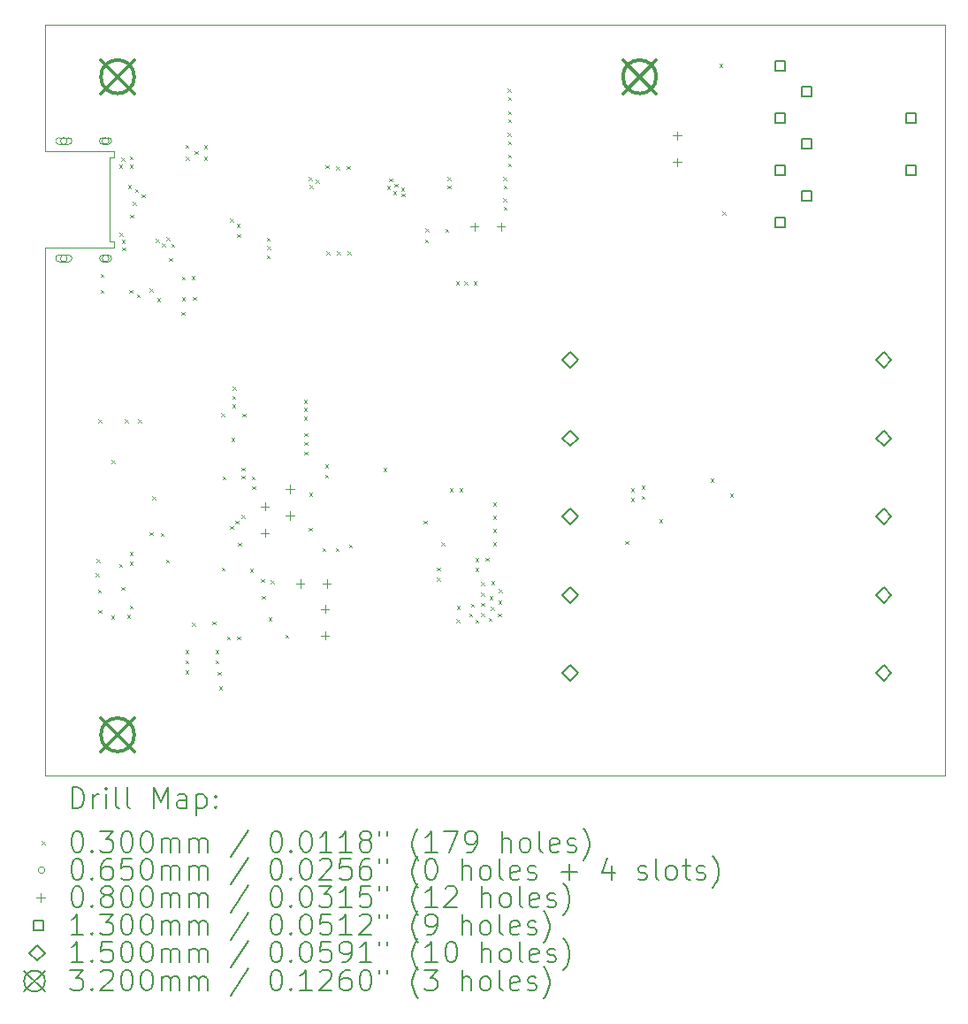
<source format=gbr>
%TF.GenerationSoftware,KiCad,Pcbnew,9.0.1+1*%
%TF.CreationDate,2025-09-08T06:41:38+00:00*%
%TF.ProjectId,c64psu,63363470-7375-42e6-9b69-6361645f7063,rev?*%
%TF.SameCoordinates,Original*%
%TF.FileFunction,Drillmap*%
%TF.FilePolarity,Positive*%
%FSLAX45Y45*%
G04 Gerber Fmt 4.5, Leading zero omitted, Abs format (unit mm)*
G04 Created by KiCad (PCBNEW 9.0.1+1) date 2025-09-08 06:41:38*
%MOMM*%
%LPD*%
G01*
G04 APERTURE LIST*
%ADD10C,0.050000*%
%ADD11C,0.200000*%
%ADD12C,0.100000*%
%ADD13C,0.130000*%
%ADD14C,0.150000*%
%ADD15C,0.320000*%
G04 APERTURE END LIST*
D10*
X21922455Y-3703347D02*
X21925006Y-10890062D01*
X13310009Y-10887562D01*
X13307507Y-5840000D01*
X13967500Y-5840000D01*
X13967500Y-5780000D01*
X13925000Y-5780000D01*
X13925000Y-4975000D01*
X13970000Y-4975000D01*
X13970000Y-4915000D01*
X13307500Y-4915000D01*
X13307500Y-3700847D01*
X21922455Y-3703347D01*
D11*
D12*
X13788479Y-8952961D02*
X13818479Y-8982961D01*
X13818479Y-8952961D02*
X13788479Y-8982961D01*
X13797020Y-8817420D02*
X13827020Y-8847420D01*
X13827020Y-8817420D02*
X13797020Y-8847420D01*
X13812651Y-9109194D02*
X13842651Y-9139194D01*
X13842651Y-9109194D02*
X13812651Y-9139194D01*
X13817340Y-7479420D02*
X13847340Y-7509420D01*
X13847340Y-7479420D02*
X13817340Y-7509420D01*
X13817340Y-9305100D02*
X13847340Y-9335100D01*
X13847340Y-9305100D02*
X13817340Y-9335100D01*
X13837230Y-6239875D02*
X13867230Y-6269875D01*
X13867230Y-6239875D02*
X13837230Y-6269875D01*
X13837730Y-6088875D02*
X13867730Y-6118875D01*
X13867730Y-6088875D02*
X13837730Y-6118875D01*
X13939260Y-9359361D02*
X13969260Y-9389361D01*
X13969260Y-9359361D02*
X13939260Y-9389361D01*
X13944340Y-7869420D02*
X13974340Y-7899420D01*
X13974340Y-7869420D02*
X13944340Y-7899420D01*
X14015460Y-8863140D02*
X14045460Y-8893140D01*
X14045460Y-8863140D02*
X14015460Y-8893140D01*
X14015708Y-5041262D02*
X14045708Y-5071262D01*
X14045708Y-5041262D02*
X14015708Y-5071262D01*
X14018185Y-5694139D02*
X14048185Y-5724139D01*
X14048185Y-5694139D02*
X14018185Y-5724139D01*
X14034876Y-4974969D02*
X14064876Y-5004969D01*
X14064876Y-4974969D02*
X14034876Y-5004969D01*
X14035389Y-9084446D02*
X14065389Y-9114446D01*
X14065389Y-9084446D02*
X14035389Y-9114446D01*
X14041959Y-5761500D02*
X14071959Y-5791500D01*
X14071959Y-5761500D02*
X14041959Y-5791500D01*
X14042950Y-5833814D02*
X14072950Y-5863814D01*
X14072950Y-5833814D02*
X14042950Y-5863814D01*
X14071340Y-7479420D02*
X14101340Y-7509420D01*
X14101340Y-7479420D02*
X14071340Y-7509420D01*
X14091660Y-9350820D02*
X14121660Y-9380820D01*
X14121660Y-9350820D02*
X14091660Y-9380820D01*
X14097750Y-5236675D02*
X14127750Y-5266675D01*
X14127750Y-5236675D02*
X14097750Y-5266675D01*
X14113996Y-6242001D02*
X14143996Y-6272001D01*
X14143996Y-6242001D02*
X14113996Y-6272001D01*
X14117060Y-8749100D02*
X14147060Y-8779100D01*
X14147060Y-8749100D02*
X14117060Y-8779100D01*
X14117060Y-8845100D02*
X14147060Y-8875100D01*
X14147060Y-8845100D02*
X14117060Y-8875100D01*
X14117060Y-9264460D02*
X14147060Y-9294460D01*
X14147060Y-9264460D02*
X14117060Y-9294460D01*
X14118350Y-4961115D02*
X14148350Y-4991115D01*
X14148350Y-4961115D02*
X14118350Y-4991115D01*
X14118350Y-5042395D02*
X14148350Y-5072395D01*
X14148350Y-5042395D02*
X14118350Y-5072395D01*
X14121750Y-5519975D02*
X14151750Y-5549975D01*
X14151750Y-5519975D02*
X14121750Y-5549975D01*
X14145750Y-5398875D02*
X14175750Y-5428875D01*
X14175750Y-5398875D02*
X14145750Y-5428875D01*
X14167275Y-5276251D02*
X14197275Y-5306251D01*
X14197275Y-5276251D02*
X14167275Y-5306251D01*
X14182259Y-6283717D02*
X14212259Y-6313717D01*
X14212259Y-6283717D02*
X14182259Y-6313717D01*
X14198340Y-7479420D02*
X14228340Y-7509420D01*
X14228340Y-7479420D02*
X14198340Y-7509420D01*
X14230853Y-5324809D02*
X14260853Y-5354809D01*
X14260853Y-5324809D02*
X14230853Y-5354809D01*
X14306310Y-6227175D02*
X14336310Y-6257175D01*
X14336310Y-6227175D02*
X14306310Y-6257175D01*
X14307820Y-8558340D02*
X14337820Y-8588340D01*
X14337820Y-8558340D02*
X14307820Y-8588340D01*
X14330420Y-8217980D02*
X14360420Y-8247980D01*
X14360420Y-8217980D02*
X14330420Y-8247980D01*
X14366810Y-5751298D02*
X14396810Y-5781298D01*
X14396810Y-5751298D02*
X14366810Y-5781298D01*
X14377430Y-6322555D02*
X14407430Y-6352555D01*
X14407430Y-6322555D02*
X14377430Y-6352555D01*
X14411020Y-8568500D02*
X14441020Y-8598500D01*
X14441020Y-8568500D02*
X14411020Y-8598500D01*
X14424567Y-5796227D02*
X14454567Y-5826227D01*
X14454567Y-5796227D02*
X14424567Y-5826227D01*
X14462500Y-8822500D02*
X14492500Y-8852500D01*
X14492500Y-8822500D02*
X14462500Y-8852500D01*
X14468623Y-5737046D02*
X14498623Y-5767046D01*
X14498623Y-5737046D02*
X14468623Y-5767046D01*
X14495250Y-5936000D02*
X14525250Y-5966000D01*
X14525250Y-5936000D02*
X14495250Y-5966000D01*
X14513255Y-5799744D02*
X14543255Y-5829744D01*
X14543255Y-5799744D02*
X14513255Y-5829744D01*
X14613750Y-6450675D02*
X14643750Y-6480675D01*
X14643750Y-6450675D02*
X14613750Y-6480675D01*
X14616072Y-6313356D02*
X14646072Y-6343356D01*
X14646072Y-6313356D02*
X14616072Y-6343356D01*
X14617490Y-6111312D02*
X14647490Y-6141312D01*
X14647490Y-6111312D02*
X14617490Y-6141312D01*
X14648113Y-4853451D02*
X14678113Y-4883451D01*
X14678113Y-4853451D02*
X14648113Y-4883451D01*
X14650260Y-9884220D02*
X14680260Y-9914220D01*
X14680260Y-9884220D02*
X14650260Y-9914220D01*
X14650460Y-9691180D02*
X14680460Y-9721180D01*
X14680460Y-9691180D02*
X14650460Y-9721180D01*
X14650980Y-9787700D02*
X14680980Y-9817700D01*
X14680980Y-9787700D02*
X14650980Y-9817700D01*
X14652367Y-4967605D02*
X14682367Y-4997605D01*
X14682367Y-4967605D02*
X14652367Y-4997605D01*
X14708233Y-6108122D02*
X14738233Y-6138122D01*
X14738233Y-6108122D02*
X14708233Y-6138122D01*
X14711420Y-9427020D02*
X14741420Y-9457020D01*
X14741420Y-9427020D02*
X14711420Y-9457020D01*
X14721702Y-6309102D02*
X14751702Y-6339102D01*
X14751702Y-6309102D02*
X14721702Y-6339102D01*
X14738110Y-4910315D02*
X14768110Y-4940315D01*
X14768110Y-4910315D02*
X14738110Y-4940315D01*
X14826789Y-4965478D02*
X14856789Y-4995478D01*
X14856789Y-4965478D02*
X14826789Y-4995478D01*
X14828207Y-4854160D02*
X14858207Y-4884160D01*
X14858207Y-4854160D02*
X14828207Y-4884160D01*
X14909540Y-9416860D02*
X14939540Y-9446860D01*
X14939540Y-9416860D02*
X14909540Y-9446860D01*
X14937220Y-9691180D02*
X14967220Y-9721180D01*
X14967220Y-9691180D02*
X14937220Y-9721180D01*
X14937220Y-9787700D02*
X14967220Y-9817700D01*
X14967220Y-9787700D02*
X14937220Y-9817700D01*
X14960340Y-9899460D02*
X14990340Y-9929460D01*
X14990340Y-9899460D02*
X14960340Y-9929460D01*
X14970500Y-10036620D02*
X15000500Y-10066620D01*
X15000500Y-10036620D02*
X14970500Y-10066620D01*
X14993490Y-7423050D02*
X15023490Y-7453050D01*
X15023490Y-7423050D02*
X14993490Y-7453050D01*
X14997085Y-8897220D02*
X15027085Y-8927220D01*
X15027085Y-8897220D02*
X14997085Y-8927220D01*
X15006450Y-8024770D02*
X15036450Y-8054770D01*
X15036450Y-8024770D02*
X15006450Y-8054770D01*
X15046700Y-9559100D02*
X15076700Y-9589100D01*
X15076700Y-9559100D02*
X15046700Y-9589100D01*
X15077180Y-8502460D02*
X15107180Y-8532460D01*
X15107180Y-8502460D02*
X15077180Y-8532460D01*
X15078470Y-5560555D02*
X15108470Y-5590555D01*
X15108470Y-5560555D02*
X15078470Y-5590555D01*
X15091420Y-7657020D02*
X15121420Y-7687020D01*
X15121420Y-7657020D02*
X15091420Y-7687020D01*
X15097500Y-7255000D02*
X15127500Y-7285000D01*
X15127500Y-7255000D02*
X15097500Y-7285000D01*
X15097500Y-7335000D02*
X15127500Y-7365000D01*
X15127500Y-7335000D02*
X15097500Y-7365000D01*
X15100609Y-7166641D02*
X15130609Y-7196641D01*
X15130609Y-7166641D02*
X15100609Y-7196641D01*
X15127980Y-8451660D02*
X15157980Y-8481660D01*
X15157980Y-8451660D02*
X15127980Y-8481660D01*
X15139030Y-5611355D02*
X15169030Y-5641355D01*
X15169030Y-5611355D02*
X15139030Y-5641355D01*
X15144510Y-5707875D02*
X15174510Y-5737875D01*
X15174510Y-5707875D02*
X15144510Y-5737875D01*
X15145500Y-9559100D02*
X15175500Y-9589100D01*
X15175500Y-9559100D02*
X15145500Y-9589100D01*
X15153380Y-8662740D02*
X15183380Y-8692740D01*
X15183380Y-8662740D02*
X15153380Y-8692740D01*
X15186400Y-8393240D02*
X15216400Y-8423240D01*
X15216400Y-8393240D02*
X15186400Y-8423240D01*
X15186420Y-7940000D02*
X15216420Y-7970000D01*
X15216420Y-7940000D02*
X15186420Y-7970000D01*
X15186420Y-8019000D02*
X15216420Y-8049000D01*
X15216420Y-8019000D02*
X15186420Y-8049000D01*
X15196690Y-7425330D02*
X15226690Y-7455330D01*
X15226690Y-7425330D02*
X15196690Y-7455330D01*
X15269000Y-8910000D02*
X15299000Y-8940000D01*
X15299000Y-8910000D02*
X15269000Y-8940000D01*
X15285330Y-8024770D02*
X15315330Y-8054770D01*
X15315330Y-8024770D02*
X15285330Y-8054770D01*
X15287610Y-8121290D02*
X15317610Y-8151290D01*
X15317610Y-8121290D02*
X15287610Y-8151290D01*
X15372000Y-9010000D02*
X15402000Y-9040000D01*
X15402000Y-9010000D02*
X15372000Y-9040000D01*
X15381000Y-9168000D02*
X15411000Y-9198000D01*
X15411000Y-9168000D02*
X15381000Y-9198000D01*
X15428326Y-5909985D02*
X15458326Y-5939985D01*
X15458326Y-5909985D02*
X15428326Y-5939985D01*
X15429069Y-5742079D02*
X15459069Y-5772079D01*
X15459069Y-5742079D02*
X15429069Y-5772079D01*
X15432500Y-5822500D02*
X15462500Y-5852500D01*
X15462500Y-5822500D02*
X15432500Y-5852500D01*
X15447000Y-9378000D02*
X15477000Y-9408000D01*
X15477000Y-9378000D02*
X15447000Y-9408000D01*
X15466000Y-9020000D02*
X15496000Y-9050000D01*
X15496000Y-9020000D02*
X15466000Y-9050000D01*
X15608000Y-9544000D02*
X15638000Y-9574000D01*
X15638000Y-9544000D02*
X15608000Y-9574000D01*
X15783350Y-7453357D02*
X15813350Y-7483357D01*
X15813350Y-7453357D02*
X15783350Y-7483357D01*
X15784500Y-7369000D02*
X15814500Y-7399000D01*
X15814500Y-7369000D02*
X15784500Y-7399000D01*
X15784649Y-7294876D02*
X15814649Y-7324876D01*
X15814649Y-7294876D02*
X15784649Y-7324876D01*
X15787247Y-7611188D02*
X15817247Y-7641188D01*
X15817247Y-7611188D02*
X15787247Y-7641188D01*
X15788500Y-7697000D02*
X15818500Y-7727000D01*
X15818500Y-7697000D02*
X15788500Y-7727000D01*
X15788546Y-7789154D02*
X15818546Y-7819154D01*
X15818546Y-7789154D02*
X15788546Y-7819154D01*
X15831000Y-5159000D02*
X15861000Y-5189000D01*
X15861000Y-5159000D02*
X15831000Y-5189000D01*
X15831000Y-8518000D02*
X15861000Y-8548000D01*
X15861000Y-8518000D02*
X15831000Y-8548000D01*
X15834000Y-8182000D02*
X15864000Y-8212000D01*
X15864000Y-8182000D02*
X15834000Y-8212000D01*
X15838573Y-5238222D02*
X15868573Y-5268222D01*
X15868573Y-5238222D02*
X15838573Y-5268222D01*
X15898000Y-5186000D02*
X15928000Y-5216000D01*
X15928000Y-5186000D02*
X15898000Y-5216000D01*
X15961000Y-8711000D02*
X15991000Y-8741000D01*
X15991000Y-8711000D02*
X15961000Y-8741000D01*
X15986000Y-8008000D02*
X16016000Y-8038000D01*
X16016000Y-8008000D02*
X15986000Y-8038000D01*
X15987000Y-7911000D02*
X16017000Y-7941000D01*
X16017000Y-7911000D02*
X15987000Y-7941000D01*
X15992400Y-5046980D02*
X16022400Y-5076980D01*
X16022400Y-5046980D02*
X15992400Y-5076980D01*
X16000776Y-5872042D02*
X16030776Y-5902042D01*
X16030776Y-5872042D02*
X16000776Y-5902042D01*
X16088000Y-8711000D02*
X16118000Y-8741000D01*
X16118000Y-8711000D02*
X16088000Y-8741000D01*
X16094470Y-5057455D02*
X16124470Y-5087455D01*
X16124470Y-5057455D02*
X16094470Y-5087455D01*
X16100000Y-5872500D02*
X16130000Y-5902500D01*
X16130000Y-5872500D02*
X16100000Y-5902500D01*
X16194482Y-5052923D02*
X16224482Y-5082923D01*
X16224482Y-5052923D02*
X16194482Y-5082923D01*
X16202554Y-5871245D02*
X16232554Y-5901245D01*
X16232554Y-5871245D02*
X16202554Y-5901245D01*
X16215000Y-8677000D02*
X16245000Y-8707000D01*
X16245000Y-8677000D02*
X16215000Y-8707000D01*
X16548000Y-7947000D02*
X16578000Y-7977000D01*
X16578000Y-7947000D02*
X16548000Y-7977000D01*
X16582150Y-5245595D02*
X16612150Y-5275595D01*
X16612150Y-5245595D02*
X16582150Y-5275595D01*
X16602470Y-5174475D02*
X16632470Y-5204475D01*
X16632470Y-5174475D02*
X16602470Y-5204475D01*
X16638030Y-5296395D02*
X16668030Y-5326395D01*
X16668030Y-5296395D02*
X16638030Y-5326395D01*
X16653270Y-5225275D02*
X16683270Y-5255275D01*
X16683270Y-5225275D02*
X16653270Y-5255275D01*
X16714230Y-5260835D02*
X16744230Y-5290835D01*
X16744230Y-5260835D02*
X16714230Y-5290835D01*
X16721310Y-5318235D02*
X16751310Y-5348235D01*
X16751310Y-5318235D02*
X16721310Y-5348235D01*
X16931040Y-8451600D02*
X16961040Y-8481600D01*
X16961040Y-8451600D02*
X16931040Y-8481600D01*
X16945110Y-5758675D02*
X16975110Y-5788675D01*
X16975110Y-5758675D02*
X16945110Y-5788675D01*
X16948110Y-5651995D02*
X16978110Y-5681995D01*
X16978110Y-5651995D02*
X16948110Y-5681995D01*
X17059250Y-8899000D02*
X17089250Y-8929000D01*
X17089250Y-8899000D02*
X17059250Y-8929000D01*
X17059250Y-8994000D02*
X17089250Y-9024000D01*
X17089250Y-8994000D02*
X17059250Y-9024000D01*
X17100100Y-8658000D02*
X17130100Y-8688000D01*
X17130100Y-8658000D02*
X17100100Y-8688000D01*
X17140950Y-5657275D02*
X17170950Y-5687275D01*
X17170950Y-5657275D02*
X17140950Y-5687275D01*
X17160051Y-5239448D02*
X17190051Y-5269448D01*
X17190051Y-5239448D02*
X17160051Y-5269448D01*
X17162032Y-5159210D02*
X17192032Y-5189210D01*
X17192032Y-5159210D02*
X17162032Y-5189210D01*
X17180000Y-8141000D02*
X17210000Y-8171000D01*
X17210000Y-8141000D02*
X17180000Y-8171000D01*
X17242500Y-6160000D02*
X17272500Y-6190000D01*
X17272500Y-6160000D02*
X17242500Y-6190000D01*
X17246000Y-9394000D02*
X17276000Y-9424000D01*
X17276000Y-9394000D02*
X17246000Y-9424000D01*
X17248250Y-9269000D02*
X17278250Y-9299000D01*
X17278250Y-9269000D02*
X17248250Y-9299000D01*
X17276000Y-8141000D02*
X17306000Y-8171000D01*
X17306000Y-8141000D02*
X17276000Y-8171000D01*
X17322500Y-6160000D02*
X17352500Y-6190000D01*
X17352500Y-6160000D02*
X17322500Y-6190000D01*
X17368000Y-9337000D02*
X17398000Y-9367000D01*
X17398000Y-9337000D02*
X17368000Y-9367000D01*
X17383000Y-9246000D02*
X17413000Y-9276000D01*
X17413000Y-9246000D02*
X17383000Y-9276000D01*
X17410000Y-6160000D02*
X17440000Y-6190000D01*
X17440000Y-6160000D02*
X17410000Y-6190000D01*
X17426000Y-8808000D02*
X17456000Y-8838000D01*
X17456000Y-8808000D02*
X17426000Y-8838000D01*
X17426000Y-8904000D02*
X17456000Y-8934000D01*
X17456000Y-8904000D02*
X17426000Y-8934000D01*
X17427000Y-9398000D02*
X17457000Y-9428000D01*
X17457000Y-9398000D02*
X17427000Y-9428000D01*
X17480000Y-9038000D02*
X17510000Y-9068000D01*
X17510000Y-9038000D02*
X17480000Y-9068000D01*
X17481000Y-9333000D02*
X17511000Y-9363000D01*
X17511000Y-9333000D02*
X17481000Y-9363000D01*
X17484000Y-9140000D02*
X17514000Y-9170000D01*
X17514000Y-9140000D02*
X17484000Y-9170000D01*
X17484000Y-9238000D02*
X17514000Y-9268000D01*
X17514000Y-9238000D02*
X17484000Y-9268000D01*
X17524000Y-8806000D02*
X17554000Y-8836000D01*
X17554000Y-8806000D02*
X17524000Y-8836000D01*
X17555000Y-9382000D02*
X17585000Y-9412000D01*
X17585000Y-9382000D02*
X17555000Y-9412000D01*
X17564000Y-9175000D02*
X17594000Y-9205000D01*
X17594000Y-9175000D02*
X17564000Y-9205000D01*
X17575000Y-9274000D02*
X17605000Y-9304000D01*
X17605000Y-9274000D02*
X17575000Y-9304000D01*
X17581000Y-9031000D02*
X17611000Y-9061000D01*
X17611000Y-9031000D02*
X17581000Y-9061000D01*
X17595100Y-8277000D02*
X17625100Y-8307000D01*
X17625100Y-8277000D02*
X17595100Y-8307000D01*
X17595100Y-8404000D02*
X17625100Y-8434000D01*
X17625100Y-8404000D02*
X17595100Y-8434000D01*
X17595100Y-8531000D02*
X17625100Y-8561000D01*
X17625100Y-8531000D02*
X17595100Y-8561000D01*
X17595100Y-8658000D02*
X17625100Y-8688000D01*
X17625100Y-8658000D02*
X17595100Y-8688000D01*
X17642000Y-9339000D02*
X17672000Y-9369000D01*
X17672000Y-9339000D02*
X17642000Y-9369000D01*
X17646000Y-9217000D02*
X17676000Y-9247000D01*
X17676000Y-9217000D02*
X17646000Y-9247000D01*
X17650000Y-9105000D02*
X17680000Y-9135000D01*
X17680000Y-9105000D02*
X17650000Y-9135000D01*
X17695495Y-5158956D02*
X17725495Y-5188956D01*
X17725495Y-5158956D02*
X17695495Y-5188956D01*
X17695495Y-5364010D02*
X17725495Y-5394010D01*
X17725495Y-5364010D02*
X17695495Y-5394010D01*
X17696981Y-5444248D02*
X17726981Y-5474248D01*
X17726981Y-5444248D02*
X17696981Y-5474248D01*
X17697724Y-5240680D02*
X17727724Y-5270680D01*
X17727724Y-5240680D02*
X17697724Y-5270680D01*
X17737844Y-4313479D02*
X17767844Y-4343479D01*
X17767844Y-4313479D02*
X17737844Y-4343479D01*
X17737844Y-4739189D02*
X17767844Y-4769189D01*
X17767844Y-4739189D02*
X17737844Y-4769189D01*
X17738587Y-4817942D02*
X17768587Y-4847942D01*
X17768587Y-4817942D02*
X17738587Y-4847942D01*
X17739330Y-4394460D02*
X17769330Y-4424460D01*
X17769330Y-4394460D02*
X17739330Y-4424460D01*
X17739330Y-4530420D02*
X17769330Y-4560420D01*
X17769330Y-4530420D02*
X17739330Y-4560420D01*
X17740072Y-4605458D02*
X17770072Y-4635458D01*
X17770072Y-4605458D02*
X17740072Y-4635458D01*
X17740072Y-4945729D02*
X17770072Y-4975729D01*
X17770072Y-4945729D02*
X17740072Y-4975729D01*
X17740072Y-5027453D02*
X17770072Y-5057453D01*
X17770072Y-5027453D02*
X17740072Y-5057453D01*
X18862280Y-8646400D02*
X18892280Y-8676400D01*
X18892280Y-8646400D02*
X18862280Y-8676400D01*
X18918160Y-8138920D02*
X18948160Y-8168920D01*
X18948160Y-8138920D02*
X18918160Y-8168920D01*
X18918160Y-8234920D02*
X18948160Y-8264920D01*
X18948160Y-8234920D02*
X18918160Y-8264920D01*
X19019760Y-8115800D02*
X19049760Y-8145800D01*
X19049760Y-8115800D02*
X19019760Y-8145800D01*
X19019760Y-8211800D02*
X19049760Y-8241800D01*
X19049760Y-8211800D02*
X19019760Y-8241800D01*
X19189390Y-8438120D02*
X19219390Y-8468120D01*
X19219390Y-8438120D02*
X19189390Y-8468120D01*
X19680160Y-8049600D02*
X19710160Y-8079600D01*
X19710160Y-8049600D02*
X19680160Y-8079600D01*
X19764064Y-4077024D02*
X19794064Y-4107024D01*
X19794064Y-4077024D02*
X19764064Y-4107024D01*
X19794544Y-5489096D02*
X19824544Y-5519096D01*
X19824544Y-5489096D02*
X19794544Y-5519096D01*
X19865810Y-8190720D02*
X19895810Y-8220720D01*
X19895810Y-8190720D02*
X19865810Y-8220720D01*
X13517500Y-4815500D02*
G75*
G02*
X13452500Y-4815500I-32500J0D01*
G01*
X13452500Y-4815500D02*
G75*
G02*
X13517500Y-4815500I32500J0D01*
G01*
X13530000Y-4783000D02*
X13440000Y-4783000D01*
X13440000Y-4848000D02*
G75*
G02*
X13440000Y-4783000I0J32500D01*
G01*
X13440000Y-4848000D02*
X13530000Y-4848000D01*
X13530000Y-4848000D02*
G75*
G03*
X13530000Y-4783000I0J32500D01*
G01*
X13517500Y-5939500D02*
G75*
G02*
X13452500Y-5939500I-32500J0D01*
G01*
X13452500Y-5939500D02*
G75*
G02*
X13517500Y-5939500I32500J0D01*
G01*
X13530000Y-5907000D02*
X13440000Y-5907000D01*
X13440000Y-5972000D02*
G75*
G02*
X13440000Y-5907000I0J32500D01*
G01*
X13440000Y-5972000D02*
X13530000Y-5972000D01*
X13530000Y-5972000D02*
G75*
G03*
X13530000Y-5907000I0J32500D01*
G01*
X13917500Y-4815500D02*
G75*
G02*
X13852500Y-4815500I-32500J0D01*
G01*
X13852500Y-4815500D02*
G75*
G02*
X13917500Y-4815500I32500J0D01*
G01*
X13910000Y-4783000D02*
X13860000Y-4783000D01*
X13860000Y-4848000D02*
G75*
G02*
X13860000Y-4783000I0J32500D01*
G01*
X13860000Y-4848000D02*
X13910000Y-4848000D01*
X13910000Y-4848000D02*
G75*
G03*
X13910000Y-4783000I0J32500D01*
G01*
X13917500Y-5939500D02*
G75*
G02*
X13852500Y-5939500I-32500J0D01*
G01*
X13852500Y-5939500D02*
G75*
G02*
X13917500Y-5939500I32500J0D01*
G01*
X13910000Y-5907000D02*
X13860000Y-5907000D01*
X13860000Y-5972000D02*
G75*
G02*
X13860000Y-5907000I0J32500D01*
G01*
X13860000Y-5972000D02*
X13910000Y-5972000D01*
X13910000Y-5972000D02*
G75*
G03*
X13910000Y-5907000I0J32500D01*
G01*
X15412000Y-8273000D02*
X15412000Y-8353000D01*
X15372000Y-8313000D02*
X15452000Y-8313000D01*
X15412000Y-8527000D02*
X15412000Y-8607000D01*
X15372000Y-8567000D02*
X15452000Y-8567000D01*
X15651000Y-8108000D02*
X15651000Y-8188000D01*
X15611000Y-8148000D02*
X15691000Y-8148000D01*
X15651000Y-8362000D02*
X15651000Y-8442000D01*
X15611000Y-8402000D02*
X15691000Y-8402000D01*
X15750000Y-9012000D02*
X15750000Y-9092000D01*
X15710000Y-9052000D02*
X15790000Y-9052000D01*
X15987000Y-9256000D02*
X15987000Y-9336000D01*
X15947000Y-9296000D02*
X16027000Y-9296000D01*
X15987000Y-9510000D02*
X15987000Y-9590000D01*
X15947000Y-9550000D02*
X16027000Y-9550000D01*
X16004000Y-9012000D02*
X16004000Y-9092000D01*
X15964000Y-9052000D02*
X16044000Y-9052000D01*
X17417030Y-5596515D02*
X17417030Y-5676515D01*
X17377030Y-5636515D02*
X17457030Y-5636515D01*
X17671030Y-5596515D02*
X17671030Y-5676515D01*
X17631030Y-5636515D02*
X17711030Y-5636515D01*
X19359880Y-4723040D02*
X19359880Y-4803040D01*
X19319880Y-4763040D02*
X19399880Y-4763040D01*
X19359880Y-4977040D02*
X19359880Y-5057040D01*
X19319880Y-5017040D02*
X19399880Y-5017040D01*
D13*
X20393962Y-4139962D02*
X20393962Y-4048038D01*
X20302038Y-4048038D01*
X20302038Y-4139962D01*
X20393962Y-4139962D01*
X20393962Y-4639962D02*
X20393962Y-4548038D01*
X20302038Y-4548038D01*
X20302038Y-4639962D01*
X20393962Y-4639962D01*
X20393962Y-5139962D02*
X20393962Y-5048038D01*
X20302038Y-5048038D01*
X20302038Y-5139962D01*
X20393962Y-5139962D01*
X20393962Y-5639962D02*
X20393962Y-5548038D01*
X20302038Y-5548038D01*
X20302038Y-5639962D01*
X20393962Y-5639962D01*
X20643962Y-4389962D02*
X20643962Y-4298038D01*
X20552038Y-4298038D01*
X20552038Y-4389962D01*
X20643962Y-4389962D01*
X20643962Y-4889962D02*
X20643962Y-4798038D01*
X20552038Y-4798038D01*
X20552038Y-4889962D01*
X20643962Y-4889962D01*
X20643962Y-5389962D02*
X20643962Y-5298038D01*
X20552038Y-5298038D01*
X20552038Y-5389962D01*
X20643962Y-5389962D01*
X21643962Y-4639962D02*
X21643962Y-4548038D01*
X21552038Y-4548038D01*
X21552038Y-4639962D01*
X21643962Y-4639962D01*
X21643962Y-5139962D02*
X21643962Y-5048038D01*
X21552038Y-5048038D01*
X21552038Y-5139962D01*
X21643962Y-5139962D01*
D14*
X18337000Y-6986000D02*
X18412000Y-6911000D01*
X18337000Y-6836000D01*
X18262000Y-6911000D01*
X18337000Y-6986000D01*
X18337000Y-7736000D02*
X18412000Y-7661000D01*
X18337000Y-7586000D01*
X18262000Y-7661000D01*
X18337000Y-7736000D01*
X18337000Y-8486000D02*
X18412000Y-8411000D01*
X18337000Y-8336000D01*
X18262000Y-8411000D01*
X18337000Y-8486000D01*
X18337000Y-9236000D02*
X18412000Y-9161000D01*
X18337000Y-9086000D01*
X18262000Y-9161000D01*
X18337000Y-9236000D01*
X18337000Y-9986000D02*
X18412000Y-9911000D01*
X18337000Y-9836000D01*
X18262000Y-9911000D01*
X18337000Y-9986000D01*
X21337000Y-6986000D02*
X21412000Y-6911000D01*
X21337000Y-6836000D01*
X21262000Y-6911000D01*
X21337000Y-6986000D01*
X21337000Y-7736000D02*
X21412000Y-7661000D01*
X21337000Y-7586000D01*
X21262000Y-7661000D01*
X21337000Y-7736000D01*
X21337000Y-8486000D02*
X21412000Y-8411000D01*
X21337000Y-8336000D01*
X21262000Y-8411000D01*
X21337000Y-8486000D01*
X21337000Y-9236000D02*
X21412000Y-9161000D01*
X21337000Y-9086000D01*
X21262000Y-9161000D01*
X21337000Y-9236000D01*
X21337000Y-9986000D02*
X21412000Y-9911000D01*
X21337000Y-9836000D01*
X21262000Y-9911000D01*
X21337000Y-9986000D01*
D15*
X13840000Y-4040000D02*
X14160000Y-4360000D01*
X14160000Y-4040000D02*
X13840000Y-4360000D01*
X14160000Y-4200000D02*
G75*
G02*
X13840000Y-4200000I-160000J0D01*
G01*
X13840000Y-4200000D02*
G75*
G02*
X14160000Y-4200000I160000J0D01*
G01*
X13840000Y-10340000D02*
X14160000Y-10660000D01*
X14160000Y-10340000D02*
X13840000Y-10660000D01*
X14160000Y-10500000D02*
G75*
G02*
X13840000Y-10500000I-160000J0D01*
G01*
X13840000Y-10500000D02*
G75*
G02*
X14160000Y-10500000I160000J0D01*
G01*
X18840000Y-4040000D02*
X19160000Y-4360000D01*
X19160000Y-4040000D02*
X18840000Y-4360000D01*
X19160000Y-4200000D02*
G75*
G02*
X18840000Y-4200000I-160000J0D01*
G01*
X18840000Y-4200000D02*
G75*
G02*
X19160000Y-4200000I160000J0D01*
G01*
D11*
X13565777Y-11204046D02*
X13565777Y-11004046D01*
X13565777Y-11004046D02*
X13613396Y-11004046D01*
X13613396Y-11004046D02*
X13641967Y-11013570D01*
X13641967Y-11013570D02*
X13661015Y-11032618D01*
X13661015Y-11032618D02*
X13670539Y-11051665D01*
X13670539Y-11051665D02*
X13680062Y-11089760D01*
X13680062Y-11089760D02*
X13680062Y-11118332D01*
X13680062Y-11118332D02*
X13670539Y-11156427D01*
X13670539Y-11156427D02*
X13661015Y-11175475D01*
X13661015Y-11175475D02*
X13641967Y-11194522D01*
X13641967Y-11194522D02*
X13613396Y-11204046D01*
X13613396Y-11204046D02*
X13565777Y-11204046D01*
X13765777Y-11204046D02*
X13765777Y-11070713D01*
X13765777Y-11108808D02*
X13775301Y-11089760D01*
X13775301Y-11089760D02*
X13784824Y-11080237D01*
X13784824Y-11080237D02*
X13803872Y-11070713D01*
X13803872Y-11070713D02*
X13822920Y-11070713D01*
X13889586Y-11204046D02*
X13889586Y-11070713D01*
X13889586Y-11004046D02*
X13880062Y-11013570D01*
X13880062Y-11013570D02*
X13889586Y-11023094D01*
X13889586Y-11023094D02*
X13899110Y-11013570D01*
X13899110Y-11013570D02*
X13889586Y-11004046D01*
X13889586Y-11004046D02*
X13889586Y-11023094D01*
X14013396Y-11204046D02*
X13994348Y-11194522D01*
X13994348Y-11194522D02*
X13984824Y-11175475D01*
X13984824Y-11175475D02*
X13984824Y-11004046D01*
X14118158Y-11204046D02*
X14099110Y-11194522D01*
X14099110Y-11194522D02*
X14089586Y-11175475D01*
X14089586Y-11175475D02*
X14089586Y-11004046D01*
X14346729Y-11204046D02*
X14346729Y-11004046D01*
X14346729Y-11004046D02*
X14413396Y-11146903D01*
X14413396Y-11146903D02*
X14480062Y-11004046D01*
X14480062Y-11004046D02*
X14480062Y-11204046D01*
X14661015Y-11204046D02*
X14661015Y-11099284D01*
X14661015Y-11099284D02*
X14651491Y-11080237D01*
X14651491Y-11080237D02*
X14632443Y-11070713D01*
X14632443Y-11070713D02*
X14594348Y-11070713D01*
X14594348Y-11070713D02*
X14575301Y-11080237D01*
X14661015Y-11194522D02*
X14641967Y-11204046D01*
X14641967Y-11204046D02*
X14594348Y-11204046D01*
X14594348Y-11204046D02*
X14575301Y-11194522D01*
X14575301Y-11194522D02*
X14565777Y-11175475D01*
X14565777Y-11175475D02*
X14565777Y-11156427D01*
X14565777Y-11156427D02*
X14575301Y-11137380D01*
X14575301Y-11137380D02*
X14594348Y-11127856D01*
X14594348Y-11127856D02*
X14641967Y-11127856D01*
X14641967Y-11127856D02*
X14661015Y-11118332D01*
X14756253Y-11070713D02*
X14756253Y-11270713D01*
X14756253Y-11080237D02*
X14775301Y-11070713D01*
X14775301Y-11070713D02*
X14813396Y-11070713D01*
X14813396Y-11070713D02*
X14832443Y-11080237D01*
X14832443Y-11080237D02*
X14841967Y-11089760D01*
X14841967Y-11089760D02*
X14851491Y-11108808D01*
X14851491Y-11108808D02*
X14851491Y-11165951D01*
X14851491Y-11165951D02*
X14841967Y-11184998D01*
X14841967Y-11184998D02*
X14832443Y-11194522D01*
X14832443Y-11194522D02*
X14813396Y-11204046D01*
X14813396Y-11204046D02*
X14775301Y-11204046D01*
X14775301Y-11204046D02*
X14756253Y-11194522D01*
X14937205Y-11184998D02*
X14946729Y-11194522D01*
X14946729Y-11194522D02*
X14937205Y-11204046D01*
X14937205Y-11204046D02*
X14927682Y-11194522D01*
X14927682Y-11194522D02*
X14937205Y-11184998D01*
X14937205Y-11184998D02*
X14937205Y-11204046D01*
X14937205Y-11080237D02*
X14946729Y-11089760D01*
X14946729Y-11089760D02*
X14937205Y-11099284D01*
X14937205Y-11099284D02*
X14927682Y-11089760D01*
X14927682Y-11089760D02*
X14937205Y-11080237D01*
X14937205Y-11080237D02*
X14937205Y-11099284D01*
D12*
X13275000Y-11517562D02*
X13305000Y-11547562D01*
X13305000Y-11517562D02*
X13275000Y-11547562D01*
D11*
X13603872Y-11424046D02*
X13622920Y-11424046D01*
X13622920Y-11424046D02*
X13641967Y-11433570D01*
X13641967Y-11433570D02*
X13651491Y-11443094D01*
X13651491Y-11443094D02*
X13661015Y-11462141D01*
X13661015Y-11462141D02*
X13670539Y-11500237D01*
X13670539Y-11500237D02*
X13670539Y-11547856D01*
X13670539Y-11547856D02*
X13661015Y-11585951D01*
X13661015Y-11585951D02*
X13651491Y-11604998D01*
X13651491Y-11604998D02*
X13641967Y-11614522D01*
X13641967Y-11614522D02*
X13622920Y-11624046D01*
X13622920Y-11624046D02*
X13603872Y-11624046D01*
X13603872Y-11624046D02*
X13584824Y-11614522D01*
X13584824Y-11614522D02*
X13575301Y-11604998D01*
X13575301Y-11604998D02*
X13565777Y-11585951D01*
X13565777Y-11585951D02*
X13556253Y-11547856D01*
X13556253Y-11547856D02*
X13556253Y-11500237D01*
X13556253Y-11500237D02*
X13565777Y-11462141D01*
X13565777Y-11462141D02*
X13575301Y-11443094D01*
X13575301Y-11443094D02*
X13584824Y-11433570D01*
X13584824Y-11433570D02*
X13603872Y-11424046D01*
X13756253Y-11604998D02*
X13765777Y-11614522D01*
X13765777Y-11614522D02*
X13756253Y-11624046D01*
X13756253Y-11624046D02*
X13746729Y-11614522D01*
X13746729Y-11614522D02*
X13756253Y-11604998D01*
X13756253Y-11604998D02*
X13756253Y-11624046D01*
X13832443Y-11424046D02*
X13956253Y-11424046D01*
X13956253Y-11424046D02*
X13889586Y-11500237D01*
X13889586Y-11500237D02*
X13918158Y-11500237D01*
X13918158Y-11500237D02*
X13937205Y-11509760D01*
X13937205Y-11509760D02*
X13946729Y-11519284D01*
X13946729Y-11519284D02*
X13956253Y-11538332D01*
X13956253Y-11538332D02*
X13956253Y-11585951D01*
X13956253Y-11585951D02*
X13946729Y-11604998D01*
X13946729Y-11604998D02*
X13937205Y-11614522D01*
X13937205Y-11614522D02*
X13918158Y-11624046D01*
X13918158Y-11624046D02*
X13861015Y-11624046D01*
X13861015Y-11624046D02*
X13841967Y-11614522D01*
X13841967Y-11614522D02*
X13832443Y-11604998D01*
X14080062Y-11424046D02*
X14099110Y-11424046D01*
X14099110Y-11424046D02*
X14118158Y-11433570D01*
X14118158Y-11433570D02*
X14127682Y-11443094D01*
X14127682Y-11443094D02*
X14137205Y-11462141D01*
X14137205Y-11462141D02*
X14146729Y-11500237D01*
X14146729Y-11500237D02*
X14146729Y-11547856D01*
X14146729Y-11547856D02*
X14137205Y-11585951D01*
X14137205Y-11585951D02*
X14127682Y-11604998D01*
X14127682Y-11604998D02*
X14118158Y-11614522D01*
X14118158Y-11614522D02*
X14099110Y-11624046D01*
X14099110Y-11624046D02*
X14080062Y-11624046D01*
X14080062Y-11624046D02*
X14061015Y-11614522D01*
X14061015Y-11614522D02*
X14051491Y-11604998D01*
X14051491Y-11604998D02*
X14041967Y-11585951D01*
X14041967Y-11585951D02*
X14032443Y-11547856D01*
X14032443Y-11547856D02*
X14032443Y-11500237D01*
X14032443Y-11500237D02*
X14041967Y-11462141D01*
X14041967Y-11462141D02*
X14051491Y-11443094D01*
X14051491Y-11443094D02*
X14061015Y-11433570D01*
X14061015Y-11433570D02*
X14080062Y-11424046D01*
X14270539Y-11424046D02*
X14289586Y-11424046D01*
X14289586Y-11424046D02*
X14308634Y-11433570D01*
X14308634Y-11433570D02*
X14318158Y-11443094D01*
X14318158Y-11443094D02*
X14327682Y-11462141D01*
X14327682Y-11462141D02*
X14337205Y-11500237D01*
X14337205Y-11500237D02*
X14337205Y-11547856D01*
X14337205Y-11547856D02*
X14327682Y-11585951D01*
X14327682Y-11585951D02*
X14318158Y-11604998D01*
X14318158Y-11604998D02*
X14308634Y-11614522D01*
X14308634Y-11614522D02*
X14289586Y-11624046D01*
X14289586Y-11624046D02*
X14270539Y-11624046D01*
X14270539Y-11624046D02*
X14251491Y-11614522D01*
X14251491Y-11614522D02*
X14241967Y-11604998D01*
X14241967Y-11604998D02*
X14232443Y-11585951D01*
X14232443Y-11585951D02*
X14222920Y-11547856D01*
X14222920Y-11547856D02*
X14222920Y-11500237D01*
X14222920Y-11500237D02*
X14232443Y-11462141D01*
X14232443Y-11462141D02*
X14241967Y-11443094D01*
X14241967Y-11443094D02*
X14251491Y-11433570D01*
X14251491Y-11433570D02*
X14270539Y-11424046D01*
X14422920Y-11624046D02*
X14422920Y-11490713D01*
X14422920Y-11509760D02*
X14432443Y-11500237D01*
X14432443Y-11500237D02*
X14451491Y-11490713D01*
X14451491Y-11490713D02*
X14480063Y-11490713D01*
X14480063Y-11490713D02*
X14499110Y-11500237D01*
X14499110Y-11500237D02*
X14508634Y-11519284D01*
X14508634Y-11519284D02*
X14508634Y-11624046D01*
X14508634Y-11519284D02*
X14518158Y-11500237D01*
X14518158Y-11500237D02*
X14537205Y-11490713D01*
X14537205Y-11490713D02*
X14565777Y-11490713D01*
X14565777Y-11490713D02*
X14584824Y-11500237D01*
X14584824Y-11500237D02*
X14594348Y-11519284D01*
X14594348Y-11519284D02*
X14594348Y-11624046D01*
X14689586Y-11624046D02*
X14689586Y-11490713D01*
X14689586Y-11509760D02*
X14699110Y-11500237D01*
X14699110Y-11500237D02*
X14718158Y-11490713D01*
X14718158Y-11490713D02*
X14746729Y-11490713D01*
X14746729Y-11490713D02*
X14765777Y-11500237D01*
X14765777Y-11500237D02*
X14775301Y-11519284D01*
X14775301Y-11519284D02*
X14775301Y-11624046D01*
X14775301Y-11519284D02*
X14784824Y-11500237D01*
X14784824Y-11500237D02*
X14803872Y-11490713D01*
X14803872Y-11490713D02*
X14832443Y-11490713D01*
X14832443Y-11490713D02*
X14851491Y-11500237D01*
X14851491Y-11500237D02*
X14861015Y-11519284D01*
X14861015Y-11519284D02*
X14861015Y-11624046D01*
X15251491Y-11414522D02*
X15080063Y-11671665D01*
X15508634Y-11424046D02*
X15527682Y-11424046D01*
X15527682Y-11424046D02*
X15546729Y-11433570D01*
X15546729Y-11433570D02*
X15556253Y-11443094D01*
X15556253Y-11443094D02*
X15565777Y-11462141D01*
X15565777Y-11462141D02*
X15575301Y-11500237D01*
X15575301Y-11500237D02*
X15575301Y-11547856D01*
X15575301Y-11547856D02*
X15565777Y-11585951D01*
X15565777Y-11585951D02*
X15556253Y-11604998D01*
X15556253Y-11604998D02*
X15546729Y-11614522D01*
X15546729Y-11614522D02*
X15527682Y-11624046D01*
X15527682Y-11624046D02*
X15508634Y-11624046D01*
X15508634Y-11624046D02*
X15489586Y-11614522D01*
X15489586Y-11614522D02*
X15480063Y-11604998D01*
X15480063Y-11604998D02*
X15470539Y-11585951D01*
X15470539Y-11585951D02*
X15461015Y-11547856D01*
X15461015Y-11547856D02*
X15461015Y-11500237D01*
X15461015Y-11500237D02*
X15470539Y-11462141D01*
X15470539Y-11462141D02*
X15480063Y-11443094D01*
X15480063Y-11443094D02*
X15489586Y-11433570D01*
X15489586Y-11433570D02*
X15508634Y-11424046D01*
X15661015Y-11604998D02*
X15670539Y-11614522D01*
X15670539Y-11614522D02*
X15661015Y-11624046D01*
X15661015Y-11624046D02*
X15651491Y-11614522D01*
X15651491Y-11614522D02*
X15661015Y-11604998D01*
X15661015Y-11604998D02*
X15661015Y-11624046D01*
X15794348Y-11424046D02*
X15813396Y-11424046D01*
X15813396Y-11424046D02*
X15832444Y-11433570D01*
X15832444Y-11433570D02*
X15841967Y-11443094D01*
X15841967Y-11443094D02*
X15851491Y-11462141D01*
X15851491Y-11462141D02*
X15861015Y-11500237D01*
X15861015Y-11500237D02*
X15861015Y-11547856D01*
X15861015Y-11547856D02*
X15851491Y-11585951D01*
X15851491Y-11585951D02*
X15841967Y-11604998D01*
X15841967Y-11604998D02*
X15832444Y-11614522D01*
X15832444Y-11614522D02*
X15813396Y-11624046D01*
X15813396Y-11624046D02*
X15794348Y-11624046D01*
X15794348Y-11624046D02*
X15775301Y-11614522D01*
X15775301Y-11614522D02*
X15765777Y-11604998D01*
X15765777Y-11604998D02*
X15756253Y-11585951D01*
X15756253Y-11585951D02*
X15746729Y-11547856D01*
X15746729Y-11547856D02*
X15746729Y-11500237D01*
X15746729Y-11500237D02*
X15756253Y-11462141D01*
X15756253Y-11462141D02*
X15765777Y-11443094D01*
X15765777Y-11443094D02*
X15775301Y-11433570D01*
X15775301Y-11433570D02*
X15794348Y-11424046D01*
X16051491Y-11624046D02*
X15937206Y-11624046D01*
X15994348Y-11624046D02*
X15994348Y-11424046D01*
X15994348Y-11424046D02*
X15975301Y-11452618D01*
X15975301Y-11452618D02*
X15956253Y-11471665D01*
X15956253Y-11471665D02*
X15937206Y-11481189D01*
X16241967Y-11624046D02*
X16127682Y-11624046D01*
X16184825Y-11624046D02*
X16184825Y-11424046D01*
X16184825Y-11424046D02*
X16165777Y-11452618D01*
X16165777Y-11452618D02*
X16146729Y-11471665D01*
X16146729Y-11471665D02*
X16127682Y-11481189D01*
X16356253Y-11509760D02*
X16337206Y-11500237D01*
X16337206Y-11500237D02*
X16327682Y-11490713D01*
X16327682Y-11490713D02*
X16318158Y-11471665D01*
X16318158Y-11471665D02*
X16318158Y-11462141D01*
X16318158Y-11462141D02*
X16327682Y-11443094D01*
X16327682Y-11443094D02*
X16337206Y-11433570D01*
X16337206Y-11433570D02*
X16356253Y-11424046D01*
X16356253Y-11424046D02*
X16394348Y-11424046D01*
X16394348Y-11424046D02*
X16413396Y-11433570D01*
X16413396Y-11433570D02*
X16422920Y-11443094D01*
X16422920Y-11443094D02*
X16432444Y-11462141D01*
X16432444Y-11462141D02*
X16432444Y-11471665D01*
X16432444Y-11471665D02*
X16422920Y-11490713D01*
X16422920Y-11490713D02*
X16413396Y-11500237D01*
X16413396Y-11500237D02*
X16394348Y-11509760D01*
X16394348Y-11509760D02*
X16356253Y-11509760D01*
X16356253Y-11509760D02*
X16337206Y-11519284D01*
X16337206Y-11519284D02*
X16327682Y-11528808D01*
X16327682Y-11528808D02*
X16318158Y-11547856D01*
X16318158Y-11547856D02*
X16318158Y-11585951D01*
X16318158Y-11585951D02*
X16327682Y-11604998D01*
X16327682Y-11604998D02*
X16337206Y-11614522D01*
X16337206Y-11614522D02*
X16356253Y-11624046D01*
X16356253Y-11624046D02*
X16394348Y-11624046D01*
X16394348Y-11624046D02*
X16413396Y-11614522D01*
X16413396Y-11614522D02*
X16422920Y-11604998D01*
X16422920Y-11604998D02*
X16432444Y-11585951D01*
X16432444Y-11585951D02*
X16432444Y-11547856D01*
X16432444Y-11547856D02*
X16422920Y-11528808D01*
X16422920Y-11528808D02*
X16413396Y-11519284D01*
X16413396Y-11519284D02*
X16394348Y-11509760D01*
X16508634Y-11424046D02*
X16508634Y-11462141D01*
X16584825Y-11424046D02*
X16584825Y-11462141D01*
X16880063Y-11700237D02*
X16870539Y-11690713D01*
X16870539Y-11690713D02*
X16851491Y-11662141D01*
X16851491Y-11662141D02*
X16841968Y-11643094D01*
X16841968Y-11643094D02*
X16832444Y-11614522D01*
X16832444Y-11614522D02*
X16822920Y-11566903D01*
X16822920Y-11566903D02*
X16822920Y-11528808D01*
X16822920Y-11528808D02*
X16832444Y-11481189D01*
X16832444Y-11481189D02*
X16841968Y-11452618D01*
X16841968Y-11452618D02*
X16851491Y-11433570D01*
X16851491Y-11433570D02*
X16870539Y-11404998D01*
X16870539Y-11404998D02*
X16880063Y-11395475D01*
X17061015Y-11624046D02*
X16946730Y-11624046D01*
X17003872Y-11624046D02*
X17003872Y-11424046D01*
X17003872Y-11424046D02*
X16984825Y-11452618D01*
X16984825Y-11452618D02*
X16965777Y-11471665D01*
X16965777Y-11471665D02*
X16946730Y-11481189D01*
X17127682Y-11424046D02*
X17261015Y-11424046D01*
X17261015Y-11424046D02*
X17175301Y-11624046D01*
X17346730Y-11624046D02*
X17384825Y-11624046D01*
X17384825Y-11624046D02*
X17403872Y-11614522D01*
X17403872Y-11614522D02*
X17413396Y-11604998D01*
X17413396Y-11604998D02*
X17432444Y-11576427D01*
X17432444Y-11576427D02*
X17441968Y-11538332D01*
X17441968Y-11538332D02*
X17441968Y-11462141D01*
X17441968Y-11462141D02*
X17432444Y-11443094D01*
X17432444Y-11443094D02*
X17422920Y-11433570D01*
X17422920Y-11433570D02*
X17403872Y-11424046D01*
X17403872Y-11424046D02*
X17365777Y-11424046D01*
X17365777Y-11424046D02*
X17346730Y-11433570D01*
X17346730Y-11433570D02*
X17337206Y-11443094D01*
X17337206Y-11443094D02*
X17327682Y-11462141D01*
X17327682Y-11462141D02*
X17327682Y-11509760D01*
X17327682Y-11509760D02*
X17337206Y-11528808D01*
X17337206Y-11528808D02*
X17346730Y-11538332D01*
X17346730Y-11538332D02*
X17365777Y-11547856D01*
X17365777Y-11547856D02*
X17403872Y-11547856D01*
X17403872Y-11547856D02*
X17422920Y-11538332D01*
X17422920Y-11538332D02*
X17432444Y-11528808D01*
X17432444Y-11528808D02*
X17441968Y-11509760D01*
X17680063Y-11624046D02*
X17680063Y-11424046D01*
X17765777Y-11624046D02*
X17765777Y-11519284D01*
X17765777Y-11519284D02*
X17756253Y-11500237D01*
X17756253Y-11500237D02*
X17737206Y-11490713D01*
X17737206Y-11490713D02*
X17708634Y-11490713D01*
X17708634Y-11490713D02*
X17689587Y-11500237D01*
X17689587Y-11500237D02*
X17680063Y-11509760D01*
X17889587Y-11624046D02*
X17870539Y-11614522D01*
X17870539Y-11614522D02*
X17861015Y-11604998D01*
X17861015Y-11604998D02*
X17851492Y-11585951D01*
X17851492Y-11585951D02*
X17851492Y-11528808D01*
X17851492Y-11528808D02*
X17861015Y-11509760D01*
X17861015Y-11509760D02*
X17870539Y-11500237D01*
X17870539Y-11500237D02*
X17889587Y-11490713D01*
X17889587Y-11490713D02*
X17918158Y-11490713D01*
X17918158Y-11490713D02*
X17937206Y-11500237D01*
X17937206Y-11500237D02*
X17946730Y-11509760D01*
X17946730Y-11509760D02*
X17956253Y-11528808D01*
X17956253Y-11528808D02*
X17956253Y-11585951D01*
X17956253Y-11585951D02*
X17946730Y-11604998D01*
X17946730Y-11604998D02*
X17937206Y-11614522D01*
X17937206Y-11614522D02*
X17918158Y-11624046D01*
X17918158Y-11624046D02*
X17889587Y-11624046D01*
X18070539Y-11624046D02*
X18051492Y-11614522D01*
X18051492Y-11614522D02*
X18041968Y-11595475D01*
X18041968Y-11595475D02*
X18041968Y-11424046D01*
X18222920Y-11614522D02*
X18203873Y-11624046D01*
X18203873Y-11624046D02*
X18165777Y-11624046D01*
X18165777Y-11624046D02*
X18146730Y-11614522D01*
X18146730Y-11614522D02*
X18137206Y-11595475D01*
X18137206Y-11595475D02*
X18137206Y-11519284D01*
X18137206Y-11519284D02*
X18146730Y-11500237D01*
X18146730Y-11500237D02*
X18165777Y-11490713D01*
X18165777Y-11490713D02*
X18203873Y-11490713D01*
X18203873Y-11490713D02*
X18222920Y-11500237D01*
X18222920Y-11500237D02*
X18232444Y-11519284D01*
X18232444Y-11519284D02*
X18232444Y-11538332D01*
X18232444Y-11538332D02*
X18137206Y-11557379D01*
X18308634Y-11614522D02*
X18327682Y-11624046D01*
X18327682Y-11624046D02*
X18365777Y-11624046D01*
X18365777Y-11624046D02*
X18384825Y-11614522D01*
X18384825Y-11614522D02*
X18394349Y-11595475D01*
X18394349Y-11595475D02*
X18394349Y-11585951D01*
X18394349Y-11585951D02*
X18384825Y-11566903D01*
X18384825Y-11566903D02*
X18365777Y-11557379D01*
X18365777Y-11557379D02*
X18337206Y-11557379D01*
X18337206Y-11557379D02*
X18318158Y-11547856D01*
X18318158Y-11547856D02*
X18308634Y-11528808D01*
X18308634Y-11528808D02*
X18308634Y-11519284D01*
X18308634Y-11519284D02*
X18318158Y-11500237D01*
X18318158Y-11500237D02*
X18337206Y-11490713D01*
X18337206Y-11490713D02*
X18365777Y-11490713D01*
X18365777Y-11490713D02*
X18384825Y-11500237D01*
X18461015Y-11700237D02*
X18470539Y-11690713D01*
X18470539Y-11690713D02*
X18489587Y-11662141D01*
X18489587Y-11662141D02*
X18499111Y-11643094D01*
X18499111Y-11643094D02*
X18508634Y-11614522D01*
X18508634Y-11614522D02*
X18518158Y-11566903D01*
X18518158Y-11566903D02*
X18518158Y-11528808D01*
X18518158Y-11528808D02*
X18508634Y-11481189D01*
X18508634Y-11481189D02*
X18499111Y-11452618D01*
X18499111Y-11452618D02*
X18489587Y-11433570D01*
X18489587Y-11433570D02*
X18470539Y-11404998D01*
X18470539Y-11404998D02*
X18461015Y-11395475D01*
D12*
X13305000Y-11796562D02*
G75*
G02*
X13240000Y-11796562I-32500J0D01*
G01*
X13240000Y-11796562D02*
G75*
G02*
X13305000Y-11796562I32500J0D01*
G01*
D11*
X13603872Y-11688046D02*
X13622920Y-11688046D01*
X13622920Y-11688046D02*
X13641967Y-11697570D01*
X13641967Y-11697570D02*
X13651491Y-11707094D01*
X13651491Y-11707094D02*
X13661015Y-11726141D01*
X13661015Y-11726141D02*
X13670539Y-11764237D01*
X13670539Y-11764237D02*
X13670539Y-11811856D01*
X13670539Y-11811856D02*
X13661015Y-11849951D01*
X13661015Y-11849951D02*
X13651491Y-11868998D01*
X13651491Y-11868998D02*
X13641967Y-11878522D01*
X13641967Y-11878522D02*
X13622920Y-11888046D01*
X13622920Y-11888046D02*
X13603872Y-11888046D01*
X13603872Y-11888046D02*
X13584824Y-11878522D01*
X13584824Y-11878522D02*
X13575301Y-11868998D01*
X13575301Y-11868998D02*
X13565777Y-11849951D01*
X13565777Y-11849951D02*
X13556253Y-11811856D01*
X13556253Y-11811856D02*
X13556253Y-11764237D01*
X13556253Y-11764237D02*
X13565777Y-11726141D01*
X13565777Y-11726141D02*
X13575301Y-11707094D01*
X13575301Y-11707094D02*
X13584824Y-11697570D01*
X13584824Y-11697570D02*
X13603872Y-11688046D01*
X13756253Y-11868998D02*
X13765777Y-11878522D01*
X13765777Y-11878522D02*
X13756253Y-11888046D01*
X13756253Y-11888046D02*
X13746729Y-11878522D01*
X13746729Y-11878522D02*
X13756253Y-11868998D01*
X13756253Y-11868998D02*
X13756253Y-11888046D01*
X13937205Y-11688046D02*
X13899110Y-11688046D01*
X13899110Y-11688046D02*
X13880062Y-11697570D01*
X13880062Y-11697570D02*
X13870539Y-11707094D01*
X13870539Y-11707094D02*
X13851491Y-11735665D01*
X13851491Y-11735665D02*
X13841967Y-11773760D01*
X13841967Y-11773760D02*
X13841967Y-11849951D01*
X13841967Y-11849951D02*
X13851491Y-11868998D01*
X13851491Y-11868998D02*
X13861015Y-11878522D01*
X13861015Y-11878522D02*
X13880062Y-11888046D01*
X13880062Y-11888046D02*
X13918158Y-11888046D01*
X13918158Y-11888046D02*
X13937205Y-11878522D01*
X13937205Y-11878522D02*
X13946729Y-11868998D01*
X13946729Y-11868998D02*
X13956253Y-11849951D01*
X13956253Y-11849951D02*
X13956253Y-11802332D01*
X13956253Y-11802332D02*
X13946729Y-11783284D01*
X13946729Y-11783284D02*
X13937205Y-11773760D01*
X13937205Y-11773760D02*
X13918158Y-11764237D01*
X13918158Y-11764237D02*
X13880062Y-11764237D01*
X13880062Y-11764237D02*
X13861015Y-11773760D01*
X13861015Y-11773760D02*
X13851491Y-11783284D01*
X13851491Y-11783284D02*
X13841967Y-11802332D01*
X14137205Y-11688046D02*
X14041967Y-11688046D01*
X14041967Y-11688046D02*
X14032443Y-11783284D01*
X14032443Y-11783284D02*
X14041967Y-11773760D01*
X14041967Y-11773760D02*
X14061015Y-11764237D01*
X14061015Y-11764237D02*
X14108634Y-11764237D01*
X14108634Y-11764237D02*
X14127682Y-11773760D01*
X14127682Y-11773760D02*
X14137205Y-11783284D01*
X14137205Y-11783284D02*
X14146729Y-11802332D01*
X14146729Y-11802332D02*
X14146729Y-11849951D01*
X14146729Y-11849951D02*
X14137205Y-11868998D01*
X14137205Y-11868998D02*
X14127682Y-11878522D01*
X14127682Y-11878522D02*
X14108634Y-11888046D01*
X14108634Y-11888046D02*
X14061015Y-11888046D01*
X14061015Y-11888046D02*
X14041967Y-11878522D01*
X14041967Y-11878522D02*
X14032443Y-11868998D01*
X14270539Y-11688046D02*
X14289586Y-11688046D01*
X14289586Y-11688046D02*
X14308634Y-11697570D01*
X14308634Y-11697570D02*
X14318158Y-11707094D01*
X14318158Y-11707094D02*
X14327682Y-11726141D01*
X14327682Y-11726141D02*
X14337205Y-11764237D01*
X14337205Y-11764237D02*
X14337205Y-11811856D01*
X14337205Y-11811856D02*
X14327682Y-11849951D01*
X14327682Y-11849951D02*
X14318158Y-11868998D01*
X14318158Y-11868998D02*
X14308634Y-11878522D01*
X14308634Y-11878522D02*
X14289586Y-11888046D01*
X14289586Y-11888046D02*
X14270539Y-11888046D01*
X14270539Y-11888046D02*
X14251491Y-11878522D01*
X14251491Y-11878522D02*
X14241967Y-11868998D01*
X14241967Y-11868998D02*
X14232443Y-11849951D01*
X14232443Y-11849951D02*
X14222920Y-11811856D01*
X14222920Y-11811856D02*
X14222920Y-11764237D01*
X14222920Y-11764237D02*
X14232443Y-11726141D01*
X14232443Y-11726141D02*
X14241967Y-11707094D01*
X14241967Y-11707094D02*
X14251491Y-11697570D01*
X14251491Y-11697570D02*
X14270539Y-11688046D01*
X14422920Y-11888046D02*
X14422920Y-11754713D01*
X14422920Y-11773760D02*
X14432443Y-11764237D01*
X14432443Y-11764237D02*
X14451491Y-11754713D01*
X14451491Y-11754713D02*
X14480063Y-11754713D01*
X14480063Y-11754713D02*
X14499110Y-11764237D01*
X14499110Y-11764237D02*
X14508634Y-11783284D01*
X14508634Y-11783284D02*
X14508634Y-11888046D01*
X14508634Y-11783284D02*
X14518158Y-11764237D01*
X14518158Y-11764237D02*
X14537205Y-11754713D01*
X14537205Y-11754713D02*
X14565777Y-11754713D01*
X14565777Y-11754713D02*
X14584824Y-11764237D01*
X14584824Y-11764237D02*
X14594348Y-11783284D01*
X14594348Y-11783284D02*
X14594348Y-11888046D01*
X14689586Y-11888046D02*
X14689586Y-11754713D01*
X14689586Y-11773760D02*
X14699110Y-11764237D01*
X14699110Y-11764237D02*
X14718158Y-11754713D01*
X14718158Y-11754713D02*
X14746729Y-11754713D01*
X14746729Y-11754713D02*
X14765777Y-11764237D01*
X14765777Y-11764237D02*
X14775301Y-11783284D01*
X14775301Y-11783284D02*
X14775301Y-11888046D01*
X14775301Y-11783284D02*
X14784824Y-11764237D01*
X14784824Y-11764237D02*
X14803872Y-11754713D01*
X14803872Y-11754713D02*
X14832443Y-11754713D01*
X14832443Y-11754713D02*
X14851491Y-11764237D01*
X14851491Y-11764237D02*
X14861015Y-11783284D01*
X14861015Y-11783284D02*
X14861015Y-11888046D01*
X15251491Y-11678522D02*
X15080063Y-11935665D01*
X15508634Y-11688046D02*
X15527682Y-11688046D01*
X15527682Y-11688046D02*
X15546729Y-11697570D01*
X15546729Y-11697570D02*
X15556253Y-11707094D01*
X15556253Y-11707094D02*
X15565777Y-11726141D01*
X15565777Y-11726141D02*
X15575301Y-11764237D01*
X15575301Y-11764237D02*
X15575301Y-11811856D01*
X15575301Y-11811856D02*
X15565777Y-11849951D01*
X15565777Y-11849951D02*
X15556253Y-11868998D01*
X15556253Y-11868998D02*
X15546729Y-11878522D01*
X15546729Y-11878522D02*
X15527682Y-11888046D01*
X15527682Y-11888046D02*
X15508634Y-11888046D01*
X15508634Y-11888046D02*
X15489586Y-11878522D01*
X15489586Y-11878522D02*
X15480063Y-11868998D01*
X15480063Y-11868998D02*
X15470539Y-11849951D01*
X15470539Y-11849951D02*
X15461015Y-11811856D01*
X15461015Y-11811856D02*
X15461015Y-11764237D01*
X15461015Y-11764237D02*
X15470539Y-11726141D01*
X15470539Y-11726141D02*
X15480063Y-11707094D01*
X15480063Y-11707094D02*
X15489586Y-11697570D01*
X15489586Y-11697570D02*
X15508634Y-11688046D01*
X15661015Y-11868998D02*
X15670539Y-11878522D01*
X15670539Y-11878522D02*
X15661015Y-11888046D01*
X15661015Y-11888046D02*
X15651491Y-11878522D01*
X15651491Y-11878522D02*
X15661015Y-11868998D01*
X15661015Y-11868998D02*
X15661015Y-11888046D01*
X15794348Y-11688046D02*
X15813396Y-11688046D01*
X15813396Y-11688046D02*
X15832444Y-11697570D01*
X15832444Y-11697570D02*
X15841967Y-11707094D01*
X15841967Y-11707094D02*
X15851491Y-11726141D01*
X15851491Y-11726141D02*
X15861015Y-11764237D01*
X15861015Y-11764237D02*
X15861015Y-11811856D01*
X15861015Y-11811856D02*
X15851491Y-11849951D01*
X15851491Y-11849951D02*
X15841967Y-11868998D01*
X15841967Y-11868998D02*
X15832444Y-11878522D01*
X15832444Y-11878522D02*
X15813396Y-11888046D01*
X15813396Y-11888046D02*
X15794348Y-11888046D01*
X15794348Y-11888046D02*
X15775301Y-11878522D01*
X15775301Y-11878522D02*
X15765777Y-11868998D01*
X15765777Y-11868998D02*
X15756253Y-11849951D01*
X15756253Y-11849951D02*
X15746729Y-11811856D01*
X15746729Y-11811856D02*
X15746729Y-11764237D01*
X15746729Y-11764237D02*
X15756253Y-11726141D01*
X15756253Y-11726141D02*
X15765777Y-11707094D01*
X15765777Y-11707094D02*
X15775301Y-11697570D01*
X15775301Y-11697570D02*
X15794348Y-11688046D01*
X15937206Y-11707094D02*
X15946729Y-11697570D01*
X15946729Y-11697570D02*
X15965777Y-11688046D01*
X15965777Y-11688046D02*
X16013396Y-11688046D01*
X16013396Y-11688046D02*
X16032444Y-11697570D01*
X16032444Y-11697570D02*
X16041967Y-11707094D01*
X16041967Y-11707094D02*
X16051491Y-11726141D01*
X16051491Y-11726141D02*
X16051491Y-11745189D01*
X16051491Y-11745189D02*
X16041967Y-11773760D01*
X16041967Y-11773760D02*
X15927682Y-11888046D01*
X15927682Y-11888046D02*
X16051491Y-11888046D01*
X16232444Y-11688046D02*
X16137206Y-11688046D01*
X16137206Y-11688046D02*
X16127682Y-11783284D01*
X16127682Y-11783284D02*
X16137206Y-11773760D01*
X16137206Y-11773760D02*
X16156253Y-11764237D01*
X16156253Y-11764237D02*
X16203872Y-11764237D01*
X16203872Y-11764237D02*
X16222920Y-11773760D01*
X16222920Y-11773760D02*
X16232444Y-11783284D01*
X16232444Y-11783284D02*
X16241967Y-11802332D01*
X16241967Y-11802332D02*
X16241967Y-11849951D01*
X16241967Y-11849951D02*
X16232444Y-11868998D01*
X16232444Y-11868998D02*
X16222920Y-11878522D01*
X16222920Y-11878522D02*
X16203872Y-11888046D01*
X16203872Y-11888046D02*
X16156253Y-11888046D01*
X16156253Y-11888046D02*
X16137206Y-11878522D01*
X16137206Y-11878522D02*
X16127682Y-11868998D01*
X16413396Y-11688046D02*
X16375301Y-11688046D01*
X16375301Y-11688046D02*
X16356253Y-11697570D01*
X16356253Y-11697570D02*
X16346729Y-11707094D01*
X16346729Y-11707094D02*
X16327682Y-11735665D01*
X16327682Y-11735665D02*
X16318158Y-11773760D01*
X16318158Y-11773760D02*
X16318158Y-11849951D01*
X16318158Y-11849951D02*
X16327682Y-11868998D01*
X16327682Y-11868998D02*
X16337206Y-11878522D01*
X16337206Y-11878522D02*
X16356253Y-11888046D01*
X16356253Y-11888046D02*
X16394348Y-11888046D01*
X16394348Y-11888046D02*
X16413396Y-11878522D01*
X16413396Y-11878522D02*
X16422920Y-11868998D01*
X16422920Y-11868998D02*
X16432444Y-11849951D01*
X16432444Y-11849951D02*
X16432444Y-11802332D01*
X16432444Y-11802332D02*
X16422920Y-11783284D01*
X16422920Y-11783284D02*
X16413396Y-11773760D01*
X16413396Y-11773760D02*
X16394348Y-11764237D01*
X16394348Y-11764237D02*
X16356253Y-11764237D01*
X16356253Y-11764237D02*
X16337206Y-11773760D01*
X16337206Y-11773760D02*
X16327682Y-11783284D01*
X16327682Y-11783284D02*
X16318158Y-11802332D01*
X16508634Y-11688046D02*
X16508634Y-11726141D01*
X16584825Y-11688046D02*
X16584825Y-11726141D01*
X16880063Y-11964237D02*
X16870539Y-11954713D01*
X16870539Y-11954713D02*
X16851491Y-11926141D01*
X16851491Y-11926141D02*
X16841968Y-11907094D01*
X16841968Y-11907094D02*
X16832444Y-11878522D01*
X16832444Y-11878522D02*
X16822920Y-11830903D01*
X16822920Y-11830903D02*
X16822920Y-11792808D01*
X16822920Y-11792808D02*
X16832444Y-11745189D01*
X16832444Y-11745189D02*
X16841968Y-11716618D01*
X16841968Y-11716618D02*
X16851491Y-11697570D01*
X16851491Y-11697570D02*
X16870539Y-11668998D01*
X16870539Y-11668998D02*
X16880063Y-11659475D01*
X16994349Y-11688046D02*
X17013396Y-11688046D01*
X17013396Y-11688046D02*
X17032444Y-11697570D01*
X17032444Y-11697570D02*
X17041968Y-11707094D01*
X17041968Y-11707094D02*
X17051491Y-11726141D01*
X17051491Y-11726141D02*
X17061015Y-11764237D01*
X17061015Y-11764237D02*
X17061015Y-11811856D01*
X17061015Y-11811856D02*
X17051491Y-11849951D01*
X17051491Y-11849951D02*
X17041968Y-11868998D01*
X17041968Y-11868998D02*
X17032444Y-11878522D01*
X17032444Y-11878522D02*
X17013396Y-11888046D01*
X17013396Y-11888046D02*
X16994349Y-11888046D01*
X16994349Y-11888046D02*
X16975301Y-11878522D01*
X16975301Y-11878522D02*
X16965777Y-11868998D01*
X16965777Y-11868998D02*
X16956253Y-11849951D01*
X16956253Y-11849951D02*
X16946730Y-11811856D01*
X16946730Y-11811856D02*
X16946730Y-11764237D01*
X16946730Y-11764237D02*
X16956253Y-11726141D01*
X16956253Y-11726141D02*
X16965777Y-11707094D01*
X16965777Y-11707094D02*
X16975301Y-11697570D01*
X16975301Y-11697570D02*
X16994349Y-11688046D01*
X17299111Y-11888046D02*
X17299111Y-11688046D01*
X17384825Y-11888046D02*
X17384825Y-11783284D01*
X17384825Y-11783284D02*
X17375301Y-11764237D01*
X17375301Y-11764237D02*
X17356253Y-11754713D01*
X17356253Y-11754713D02*
X17327682Y-11754713D01*
X17327682Y-11754713D02*
X17308634Y-11764237D01*
X17308634Y-11764237D02*
X17299111Y-11773760D01*
X17508634Y-11888046D02*
X17489587Y-11878522D01*
X17489587Y-11878522D02*
X17480063Y-11868998D01*
X17480063Y-11868998D02*
X17470539Y-11849951D01*
X17470539Y-11849951D02*
X17470539Y-11792808D01*
X17470539Y-11792808D02*
X17480063Y-11773760D01*
X17480063Y-11773760D02*
X17489587Y-11764237D01*
X17489587Y-11764237D02*
X17508634Y-11754713D01*
X17508634Y-11754713D02*
X17537206Y-11754713D01*
X17537206Y-11754713D02*
X17556253Y-11764237D01*
X17556253Y-11764237D02*
X17565777Y-11773760D01*
X17565777Y-11773760D02*
X17575301Y-11792808D01*
X17575301Y-11792808D02*
X17575301Y-11849951D01*
X17575301Y-11849951D02*
X17565777Y-11868998D01*
X17565777Y-11868998D02*
X17556253Y-11878522D01*
X17556253Y-11878522D02*
X17537206Y-11888046D01*
X17537206Y-11888046D02*
X17508634Y-11888046D01*
X17689587Y-11888046D02*
X17670539Y-11878522D01*
X17670539Y-11878522D02*
X17661015Y-11859475D01*
X17661015Y-11859475D02*
X17661015Y-11688046D01*
X17841968Y-11878522D02*
X17822920Y-11888046D01*
X17822920Y-11888046D02*
X17784825Y-11888046D01*
X17784825Y-11888046D02*
X17765777Y-11878522D01*
X17765777Y-11878522D02*
X17756253Y-11859475D01*
X17756253Y-11859475D02*
X17756253Y-11783284D01*
X17756253Y-11783284D02*
X17765777Y-11764237D01*
X17765777Y-11764237D02*
X17784825Y-11754713D01*
X17784825Y-11754713D02*
X17822920Y-11754713D01*
X17822920Y-11754713D02*
X17841968Y-11764237D01*
X17841968Y-11764237D02*
X17851492Y-11783284D01*
X17851492Y-11783284D02*
X17851492Y-11802332D01*
X17851492Y-11802332D02*
X17756253Y-11821379D01*
X17927682Y-11878522D02*
X17946730Y-11888046D01*
X17946730Y-11888046D02*
X17984825Y-11888046D01*
X17984825Y-11888046D02*
X18003873Y-11878522D01*
X18003873Y-11878522D02*
X18013396Y-11859475D01*
X18013396Y-11859475D02*
X18013396Y-11849951D01*
X18013396Y-11849951D02*
X18003873Y-11830903D01*
X18003873Y-11830903D02*
X17984825Y-11821379D01*
X17984825Y-11821379D02*
X17956253Y-11821379D01*
X17956253Y-11821379D02*
X17937206Y-11811856D01*
X17937206Y-11811856D02*
X17927682Y-11792808D01*
X17927682Y-11792808D02*
X17927682Y-11783284D01*
X17927682Y-11783284D02*
X17937206Y-11764237D01*
X17937206Y-11764237D02*
X17956253Y-11754713D01*
X17956253Y-11754713D02*
X17984825Y-11754713D01*
X17984825Y-11754713D02*
X18003873Y-11764237D01*
X18251492Y-11811856D02*
X18403873Y-11811856D01*
X18327682Y-11888046D02*
X18327682Y-11735665D01*
X18737206Y-11754713D02*
X18737206Y-11888046D01*
X18689587Y-11678522D02*
X18641968Y-11821379D01*
X18641968Y-11821379D02*
X18765777Y-11821379D01*
X18984825Y-11878522D02*
X19003873Y-11888046D01*
X19003873Y-11888046D02*
X19041968Y-11888046D01*
X19041968Y-11888046D02*
X19061016Y-11878522D01*
X19061016Y-11878522D02*
X19070539Y-11859475D01*
X19070539Y-11859475D02*
X19070539Y-11849951D01*
X19070539Y-11849951D02*
X19061016Y-11830903D01*
X19061016Y-11830903D02*
X19041968Y-11821379D01*
X19041968Y-11821379D02*
X19013396Y-11821379D01*
X19013396Y-11821379D02*
X18994349Y-11811856D01*
X18994349Y-11811856D02*
X18984825Y-11792808D01*
X18984825Y-11792808D02*
X18984825Y-11783284D01*
X18984825Y-11783284D02*
X18994349Y-11764237D01*
X18994349Y-11764237D02*
X19013396Y-11754713D01*
X19013396Y-11754713D02*
X19041968Y-11754713D01*
X19041968Y-11754713D02*
X19061016Y-11764237D01*
X19184825Y-11888046D02*
X19165777Y-11878522D01*
X19165777Y-11878522D02*
X19156254Y-11859475D01*
X19156254Y-11859475D02*
X19156254Y-11688046D01*
X19289587Y-11888046D02*
X19270539Y-11878522D01*
X19270539Y-11878522D02*
X19261016Y-11868998D01*
X19261016Y-11868998D02*
X19251492Y-11849951D01*
X19251492Y-11849951D02*
X19251492Y-11792808D01*
X19251492Y-11792808D02*
X19261016Y-11773760D01*
X19261016Y-11773760D02*
X19270539Y-11764237D01*
X19270539Y-11764237D02*
X19289587Y-11754713D01*
X19289587Y-11754713D02*
X19318158Y-11754713D01*
X19318158Y-11754713D02*
X19337206Y-11764237D01*
X19337206Y-11764237D02*
X19346730Y-11773760D01*
X19346730Y-11773760D02*
X19356254Y-11792808D01*
X19356254Y-11792808D02*
X19356254Y-11849951D01*
X19356254Y-11849951D02*
X19346730Y-11868998D01*
X19346730Y-11868998D02*
X19337206Y-11878522D01*
X19337206Y-11878522D02*
X19318158Y-11888046D01*
X19318158Y-11888046D02*
X19289587Y-11888046D01*
X19413397Y-11754713D02*
X19489587Y-11754713D01*
X19441968Y-11688046D02*
X19441968Y-11859475D01*
X19441968Y-11859475D02*
X19451492Y-11878522D01*
X19451492Y-11878522D02*
X19470539Y-11888046D01*
X19470539Y-11888046D02*
X19489587Y-11888046D01*
X19546730Y-11878522D02*
X19565777Y-11888046D01*
X19565777Y-11888046D02*
X19603873Y-11888046D01*
X19603873Y-11888046D02*
X19622920Y-11878522D01*
X19622920Y-11878522D02*
X19632444Y-11859475D01*
X19632444Y-11859475D02*
X19632444Y-11849951D01*
X19632444Y-11849951D02*
X19622920Y-11830903D01*
X19622920Y-11830903D02*
X19603873Y-11821379D01*
X19603873Y-11821379D02*
X19575301Y-11821379D01*
X19575301Y-11821379D02*
X19556254Y-11811856D01*
X19556254Y-11811856D02*
X19546730Y-11792808D01*
X19546730Y-11792808D02*
X19546730Y-11783284D01*
X19546730Y-11783284D02*
X19556254Y-11764237D01*
X19556254Y-11764237D02*
X19575301Y-11754713D01*
X19575301Y-11754713D02*
X19603873Y-11754713D01*
X19603873Y-11754713D02*
X19622920Y-11764237D01*
X19699111Y-11964237D02*
X19708635Y-11954713D01*
X19708635Y-11954713D02*
X19727682Y-11926141D01*
X19727682Y-11926141D02*
X19737206Y-11907094D01*
X19737206Y-11907094D02*
X19746730Y-11878522D01*
X19746730Y-11878522D02*
X19756254Y-11830903D01*
X19756254Y-11830903D02*
X19756254Y-11792808D01*
X19756254Y-11792808D02*
X19746730Y-11745189D01*
X19746730Y-11745189D02*
X19737206Y-11716618D01*
X19737206Y-11716618D02*
X19727682Y-11697570D01*
X19727682Y-11697570D02*
X19708635Y-11668998D01*
X19708635Y-11668998D02*
X19699111Y-11659475D01*
D12*
X13265000Y-12020562D02*
X13265000Y-12100562D01*
X13225000Y-12060562D02*
X13305000Y-12060562D01*
D11*
X13603872Y-11952046D02*
X13622920Y-11952046D01*
X13622920Y-11952046D02*
X13641967Y-11961570D01*
X13641967Y-11961570D02*
X13651491Y-11971094D01*
X13651491Y-11971094D02*
X13661015Y-11990141D01*
X13661015Y-11990141D02*
X13670539Y-12028237D01*
X13670539Y-12028237D02*
X13670539Y-12075856D01*
X13670539Y-12075856D02*
X13661015Y-12113951D01*
X13661015Y-12113951D02*
X13651491Y-12132998D01*
X13651491Y-12132998D02*
X13641967Y-12142522D01*
X13641967Y-12142522D02*
X13622920Y-12152046D01*
X13622920Y-12152046D02*
X13603872Y-12152046D01*
X13603872Y-12152046D02*
X13584824Y-12142522D01*
X13584824Y-12142522D02*
X13575301Y-12132998D01*
X13575301Y-12132998D02*
X13565777Y-12113951D01*
X13565777Y-12113951D02*
X13556253Y-12075856D01*
X13556253Y-12075856D02*
X13556253Y-12028237D01*
X13556253Y-12028237D02*
X13565777Y-11990141D01*
X13565777Y-11990141D02*
X13575301Y-11971094D01*
X13575301Y-11971094D02*
X13584824Y-11961570D01*
X13584824Y-11961570D02*
X13603872Y-11952046D01*
X13756253Y-12132998D02*
X13765777Y-12142522D01*
X13765777Y-12142522D02*
X13756253Y-12152046D01*
X13756253Y-12152046D02*
X13746729Y-12142522D01*
X13746729Y-12142522D02*
X13756253Y-12132998D01*
X13756253Y-12132998D02*
X13756253Y-12152046D01*
X13880062Y-12037760D02*
X13861015Y-12028237D01*
X13861015Y-12028237D02*
X13851491Y-12018713D01*
X13851491Y-12018713D02*
X13841967Y-11999665D01*
X13841967Y-11999665D02*
X13841967Y-11990141D01*
X13841967Y-11990141D02*
X13851491Y-11971094D01*
X13851491Y-11971094D02*
X13861015Y-11961570D01*
X13861015Y-11961570D02*
X13880062Y-11952046D01*
X13880062Y-11952046D02*
X13918158Y-11952046D01*
X13918158Y-11952046D02*
X13937205Y-11961570D01*
X13937205Y-11961570D02*
X13946729Y-11971094D01*
X13946729Y-11971094D02*
X13956253Y-11990141D01*
X13956253Y-11990141D02*
X13956253Y-11999665D01*
X13956253Y-11999665D02*
X13946729Y-12018713D01*
X13946729Y-12018713D02*
X13937205Y-12028237D01*
X13937205Y-12028237D02*
X13918158Y-12037760D01*
X13918158Y-12037760D02*
X13880062Y-12037760D01*
X13880062Y-12037760D02*
X13861015Y-12047284D01*
X13861015Y-12047284D02*
X13851491Y-12056808D01*
X13851491Y-12056808D02*
X13841967Y-12075856D01*
X13841967Y-12075856D02*
X13841967Y-12113951D01*
X13841967Y-12113951D02*
X13851491Y-12132998D01*
X13851491Y-12132998D02*
X13861015Y-12142522D01*
X13861015Y-12142522D02*
X13880062Y-12152046D01*
X13880062Y-12152046D02*
X13918158Y-12152046D01*
X13918158Y-12152046D02*
X13937205Y-12142522D01*
X13937205Y-12142522D02*
X13946729Y-12132998D01*
X13946729Y-12132998D02*
X13956253Y-12113951D01*
X13956253Y-12113951D02*
X13956253Y-12075856D01*
X13956253Y-12075856D02*
X13946729Y-12056808D01*
X13946729Y-12056808D02*
X13937205Y-12047284D01*
X13937205Y-12047284D02*
X13918158Y-12037760D01*
X14080062Y-11952046D02*
X14099110Y-11952046D01*
X14099110Y-11952046D02*
X14118158Y-11961570D01*
X14118158Y-11961570D02*
X14127682Y-11971094D01*
X14127682Y-11971094D02*
X14137205Y-11990141D01*
X14137205Y-11990141D02*
X14146729Y-12028237D01*
X14146729Y-12028237D02*
X14146729Y-12075856D01*
X14146729Y-12075856D02*
X14137205Y-12113951D01*
X14137205Y-12113951D02*
X14127682Y-12132998D01*
X14127682Y-12132998D02*
X14118158Y-12142522D01*
X14118158Y-12142522D02*
X14099110Y-12152046D01*
X14099110Y-12152046D02*
X14080062Y-12152046D01*
X14080062Y-12152046D02*
X14061015Y-12142522D01*
X14061015Y-12142522D02*
X14051491Y-12132998D01*
X14051491Y-12132998D02*
X14041967Y-12113951D01*
X14041967Y-12113951D02*
X14032443Y-12075856D01*
X14032443Y-12075856D02*
X14032443Y-12028237D01*
X14032443Y-12028237D02*
X14041967Y-11990141D01*
X14041967Y-11990141D02*
X14051491Y-11971094D01*
X14051491Y-11971094D02*
X14061015Y-11961570D01*
X14061015Y-11961570D02*
X14080062Y-11952046D01*
X14270539Y-11952046D02*
X14289586Y-11952046D01*
X14289586Y-11952046D02*
X14308634Y-11961570D01*
X14308634Y-11961570D02*
X14318158Y-11971094D01*
X14318158Y-11971094D02*
X14327682Y-11990141D01*
X14327682Y-11990141D02*
X14337205Y-12028237D01*
X14337205Y-12028237D02*
X14337205Y-12075856D01*
X14337205Y-12075856D02*
X14327682Y-12113951D01*
X14327682Y-12113951D02*
X14318158Y-12132998D01*
X14318158Y-12132998D02*
X14308634Y-12142522D01*
X14308634Y-12142522D02*
X14289586Y-12152046D01*
X14289586Y-12152046D02*
X14270539Y-12152046D01*
X14270539Y-12152046D02*
X14251491Y-12142522D01*
X14251491Y-12142522D02*
X14241967Y-12132998D01*
X14241967Y-12132998D02*
X14232443Y-12113951D01*
X14232443Y-12113951D02*
X14222920Y-12075856D01*
X14222920Y-12075856D02*
X14222920Y-12028237D01*
X14222920Y-12028237D02*
X14232443Y-11990141D01*
X14232443Y-11990141D02*
X14241967Y-11971094D01*
X14241967Y-11971094D02*
X14251491Y-11961570D01*
X14251491Y-11961570D02*
X14270539Y-11952046D01*
X14422920Y-12152046D02*
X14422920Y-12018713D01*
X14422920Y-12037760D02*
X14432443Y-12028237D01*
X14432443Y-12028237D02*
X14451491Y-12018713D01*
X14451491Y-12018713D02*
X14480063Y-12018713D01*
X14480063Y-12018713D02*
X14499110Y-12028237D01*
X14499110Y-12028237D02*
X14508634Y-12047284D01*
X14508634Y-12047284D02*
X14508634Y-12152046D01*
X14508634Y-12047284D02*
X14518158Y-12028237D01*
X14518158Y-12028237D02*
X14537205Y-12018713D01*
X14537205Y-12018713D02*
X14565777Y-12018713D01*
X14565777Y-12018713D02*
X14584824Y-12028237D01*
X14584824Y-12028237D02*
X14594348Y-12047284D01*
X14594348Y-12047284D02*
X14594348Y-12152046D01*
X14689586Y-12152046D02*
X14689586Y-12018713D01*
X14689586Y-12037760D02*
X14699110Y-12028237D01*
X14699110Y-12028237D02*
X14718158Y-12018713D01*
X14718158Y-12018713D02*
X14746729Y-12018713D01*
X14746729Y-12018713D02*
X14765777Y-12028237D01*
X14765777Y-12028237D02*
X14775301Y-12047284D01*
X14775301Y-12047284D02*
X14775301Y-12152046D01*
X14775301Y-12047284D02*
X14784824Y-12028237D01*
X14784824Y-12028237D02*
X14803872Y-12018713D01*
X14803872Y-12018713D02*
X14832443Y-12018713D01*
X14832443Y-12018713D02*
X14851491Y-12028237D01*
X14851491Y-12028237D02*
X14861015Y-12047284D01*
X14861015Y-12047284D02*
X14861015Y-12152046D01*
X15251491Y-11942522D02*
X15080063Y-12199665D01*
X15508634Y-11952046D02*
X15527682Y-11952046D01*
X15527682Y-11952046D02*
X15546729Y-11961570D01*
X15546729Y-11961570D02*
X15556253Y-11971094D01*
X15556253Y-11971094D02*
X15565777Y-11990141D01*
X15565777Y-11990141D02*
X15575301Y-12028237D01*
X15575301Y-12028237D02*
X15575301Y-12075856D01*
X15575301Y-12075856D02*
X15565777Y-12113951D01*
X15565777Y-12113951D02*
X15556253Y-12132998D01*
X15556253Y-12132998D02*
X15546729Y-12142522D01*
X15546729Y-12142522D02*
X15527682Y-12152046D01*
X15527682Y-12152046D02*
X15508634Y-12152046D01*
X15508634Y-12152046D02*
X15489586Y-12142522D01*
X15489586Y-12142522D02*
X15480063Y-12132998D01*
X15480063Y-12132998D02*
X15470539Y-12113951D01*
X15470539Y-12113951D02*
X15461015Y-12075856D01*
X15461015Y-12075856D02*
X15461015Y-12028237D01*
X15461015Y-12028237D02*
X15470539Y-11990141D01*
X15470539Y-11990141D02*
X15480063Y-11971094D01*
X15480063Y-11971094D02*
X15489586Y-11961570D01*
X15489586Y-11961570D02*
X15508634Y-11952046D01*
X15661015Y-12132998D02*
X15670539Y-12142522D01*
X15670539Y-12142522D02*
X15661015Y-12152046D01*
X15661015Y-12152046D02*
X15651491Y-12142522D01*
X15651491Y-12142522D02*
X15661015Y-12132998D01*
X15661015Y-12132998D02*
X15661015Y-12152046D01*
X15794348Y-11952046D02*
X15813396Y-11952046D01*
X15813396Y-11952046D02*
X15832444Y-11961570D01*
X15832444Y-11961570D02*
X15841967Y-11971094D01*
X15841967Y-11971094D02*
X15851491Y-11990141D01*
X15851491Y-11990141D02*
X15861015Y-12028237D01*
X15861015Y-12028237D02*
X15861015Y-12075856D01*
X15861015Y-12075856D02*
X15851491Y-12113951D01*
X15851491Y-12113951D02*
X15841967Y-12132998D01*
X15841967Y-12132998D02*
X15832444Y-12142522D01*
X15832444Y-12142522D02*
X15813396Y-12152046D01*
X15813396Y-12152046D02*
X15794348Y-12152046D01*
X15794348Y-12152046D02*
X15775301Y-12142522D01*
X15775301Y-12142522D02*
X15765777Y-12132998D01*
X15765777Y-12132998D02*
X15756253Y-12113951D01*
X15756253Y-12113951D02*
X15746729Y-12075856D01*
X15746729Y-12075856D02*
X15746729Y-12028237D01*
X15746729Y-12028237D02*
X15756253Y-11990141D01*
X15756253Y-11990141D02*
X15765777Y-11971094D01*
X15765777Y-11971094D02*
X15775301Y-11961570D01*
X15775301Y-11961570D02*
X15794348Y-11952046D01*
X15927682Y-11952046D02*
X16051491Y-11952046D01*
X16051491Y-11952046D02*
X15984825Y-12028237D01*
X15984825Y-12028237D02*
X16013396Y-12028237D01*
X16013396Y-12028237D02*
X16032444Y-12037760D01*
X16032444Y-12037760D02*
X16041967Y-12047284D01*
X16041967Y-12047284D02*
X16051491Y-12066332D01*
X16051491Y-12066332D02*
X16051491Y-12113951D01*
X16051491Y-12113951D02*
X16041967Y-12132998D01*
X16041967Y-12132998D02*
X16032444Y-12142522D01*
X16032444Y-12142522D02*
X16013396Y-12152046D01*
X16013396Y-12152046D02*
X15956253Y-12152046D01*
X15956253Y-12152046D02*
X15937206Y-12142522D01*
X15937206Y-12142522D02*
X15927682Y-12132998D01*
X16241967Y-12152046D02*
X16127682Y-12152046D01*
X16184825Y-12152046D02*
X16184825Y-11952046D01*
X16184825Y-11952046D02*
X16165777Y-11980618D01*
X16165777Y-11980618D02*
X16146729Y-11999665D01*
X16146729Y-11999665D02*
X16127682Y-12009189D01*
X16422920Y-11952046D02*
X16327682Y-11952046D01*
X16327682Y-11952046D02*
X16318158Y-12047284D01*
X16318158Y-12047284D02*
X16327682Y-12037760D01*
X16327682Y-12037760D02*
X16346729Y-12028237D01*
X16346729Y-12028237D02*
X16394348Y-12028237D01*
X16394348Y-12028237D02*
X16413396Y-12037760D01*
X16413396Y-12037760D02*
X16422920Y-12047284D01*
X16422920Y-12047284D02*
X16432444Y-12066332D01*
X16432444Y-12066332D02*
X16432444Y-12113951D01*
X16432444Y-12113951D02*
X16422920Y-12132998D01*
X16422920Y-12132998D02*
X16413396Y-12142522D01*
X16413396Y-12142522D02*
X16394348Y-12152046D01*
X16394348Y-12152046D02*
X16346729Y-12152046D01*
X16346729Y-12152046D02*
X16327682Y-12142522D01*
X16327682Y-12142522D02*
X16318158Y-12132998D01*
X16508634Y-11952046D02*
X16508634Y-11990141D01*
X16584825Y-11952046D02*
X16584825Y-11990141D01*
X16880063Y-12228237D02*
X16870539Y-12218713D01*
X16870539Y-12218713D02*
X16851491Y-12190141D01*
X16851491Y-12190141D02*
X16841968Y-12171094D01*
X16841968Y-12171094D02*
X16832444Y-12142522D01*
X16832444Y-12142522D02*
X16822920Y-12094903D01*
X16822920Y-12094903D02*
X16822920Y-12056808D01*
X16822920Y-12056808D02*
X16832444Y-12009189D01*
X16832444Y-12009189D02*
X16841968Y-11980618D01*
X16841968Y-11980618D02*
X16851491Y-11961570D01*
X16851491Y-11961570D02*
X16870539Y-11932998D01*
X16870539Y-11932998D02*
X16880063Y-11923475D01*
X17061015Y-12152046D02*
X16946730Y-12152046D01*
X17003872Y-12152046D02*
X17003872Y-11952046D01*
X17003872Y-11952046D02*
X16984825Y-11980618D01*
X16984825Y-11980618D02*
X16965777Y-11999665D01*
X16965777Y-11999665D02*
X16946730Y-12009189D01*
X17137206Y-11971094D02*
X17146730Y-11961570D01*
X17146730Y-11961570D02*
X17165777Y-11952046D01*
X17165777Y-11952046D02*
X17213396Y-11952046D01*
X17213396Y-11952046D02*
X17232444Y-11961570D01*
X17232444Y-11961570D02*
X17241968Y-11971094D01*
X17241968Y-11971094D02*
X17251491Y-11990141D01*
X17251491Y-11990141D02*
X17251491Y-12009189D01*
X17251491Y-12009189D02*
X17241968Y-12037760D01*
X17241968Y-12037760D02*
X17127682Y-12152046D01*
X17127682Y-12152046D02*
X17251491Y-12152046D01*
X17489587Y-12152046D02*
X17489587Y-11952046D01*
X17575301Y-12152046D02*
X17575301Y-12047284D01*
X17575301Y-12047284D02*
X17565777Y-12028237D01*
X17565777Y-12028237D02*
X17546730Y-12018713D01*
X17546730Y-12018713D02*
X17518158Y-12018713D01*
X17518158Y-12018713D02*
X17499111Y-12028237D01*
X17499111Y-12028237D02*
X17489587Y-12037760D01*
X17699111Y-12152046D02*
X17680063Y-12142522D01*
X17680063Y-12142522D02*
X17670539Y-12132998D01*
X17670539Y-12132998D02*
X17661015Y-12113951D01*
X17661015Y-12113951D02*
X17661015Y-12056808D01*
X17661015Y-12056808D02*
X17670539Y-12037760D01*
X17670539Y-12037760D02*
X17680063Y-12028237D01*
X17680063Y-12028237D02*
X17699111Y-12018713D01*
X17699111Y-12018713D02*
X17727682Y-12018713D01*
X17727682Y-12018713D02*
X17746730Y-12028237D01*
X17746730Y-12028237D02*
X17756253Y-12037760D01*
X17756253Y-12037760D02*
X17765777Y-12056808D01*
X17765777Y-12056808D02*
X17765777Y-12113951D01*
X17765777Y-12113951D02*
X17756253Y-12132998D01*
X17756253Y-12132998D02*
X17746730Y-12142522D01*
X17746730Y-12142522D02*
X17727682Y-12152046D01*
X17727682Y-12152046D02*
X17699111Y-12152046D01*
X17880063Y-12152046D02*
X17861015Y-12142522D01*
X17861015Y-12142522D02*
X17851492Y-12123475D01*
X17851492Y-12123475D02*
X17851492Y-11952046D01*
X18032444Y-12142522D02*
X18013396Y-12152046D01*
X18013396Y-12152046D02*
X17975301Y-12152046D01*
X17975301Y-12152046D02*
X17956253Y-12142522D01*
X17956253Y-12142522D02*
X17946730Y-12123475D01*
X17946730Y-12123475D02*
X17946730Y-12047284D01*
X17946730Y-12047284D02*
X17956253Y-12028237D01*
X17956253Y-12028237D02*
X17975301Y-12018713D01*
X17975301Y-12018713D02*
X18013396Y-12018713D01*
X18013396Y-12018713D02*
X18032444Y-12028237D01*
X18032444Y-12028237D02*
X18041968Y-12047284D01*
X18041968Y-12047284D02*
X18041968Y-12066332D01*
X18041968Y-12066332D02*
X17946730Y-12085379D01*
X18118158Y-12142522D02*
X18137206Y-12152046D01*
X18137206Y-12152046D02*
X18175301Y-12152046D01*
X18175301Y-12152046D02*
X18194349Y-12142522D01*
X18194349Y-12142522D02*
X18203873Y-12123475D01*
X18203873Y-12123475D02*
X18203873Y-12113951D01*
X18203873Y-12113951D02*
X18194349Y-12094903D01*
X18194349Y-12094903D02*
X18175301Y-12085379D01*
X18175301Y-12085379D02*
X18146730Y-12085379D01*
X18146730Y-12085379D02*
X18127682Y-12075856D01*
X18127682Y-12075856D02*
X18118158Y-12056808D01*
X18118158Y-12056808D02*
X18118158Y-12047284D01*
X18118158Y-12047284D02*
X18127682Y-12028237D01*
X18127682Y-12028237D02*
X18146730Y-12018713D01*
X18146730Y-12018713D02*
X18175301Y-12018713D01*
X18175301Y-12018713D02*
X18194349Y-12028237D01*
X18270539Y-12228237D02*
X18280063Y-12218713D01*
X18280063Y-12218713D02*
X18299111Y-12190141D01*
X18299111Y-12190141D02*
X18308634Y-12171094D01*
X18308634Y-12171094D02*
X18318158Y-12142522D01*
X18318158Y-12142522D02*
X18327682Y-12094903D01*
X18327682Y-12094903D02*
X18327682Y-12056808D01*
X18327682Y-12056808D02*
X18318158Y-12009189D01*
X18318158Y-12009189D02*
X18308634Y-11980618D01*
X18308634Y-11980618D02*
X18299111Y-11961570D01*
X18299111Y-11961570D02*
X18280063Y-11932998D01*
X18280063Y-11932998D02*
X18270539Y-11923475D01*
D13*
X13285962Y-12370525D02*
X13285962Y-12278600D01*
X13194038Y-12278600D01*
X13194038Y-12370525D01*
X13285962Y-12370525D01*
D11*
X13670539Y-12416046D02*
X13556253Y-12416046D01*
X13613396Y-12416046D02*
X13613396Y-12216046D01*
X13613396Y-12216046D02*
X13594348Y-12244618D01*
X13594348Y-12244618D02*
X13575301Y-12263665D01*
X13575301Y-12263665D02*
X13556253Y-12273189D01*
X13756253Y-12396998D02*
X13765777Y-12406522D01*
X13765777Y-12406522D02*
X13756253Y-12416046D01*
X13756253Y-12416046D02*
X13746729Y-12406522D01*
X13746729Y-12406522D02*
X13756253Y-12396998D01*
X13756253Y-12396998D02*
X13756253Y-12416046D01*
X13832443Y-12216046D02*
X13956253Y-12216046D01*
X13956253Y-12216046D02*
X13889586Y-12292237D01*
X13889586Y-12292237D02*
X13918158Y-12292237D01*
X13918158Y-12292237D02*
X13937205Y-12301760D01*
X13937205Y-12301760D02*
X13946729Y-12311284D01*
X13946729Y-12311284D02*
X13956253Y-12330332D01*
X13956253Y-12330332D02*
X13956253Y-12377951D01*
X13956253Y-12377951D02*
X13946729Y-12396998D01*
X13946729Y-12396998D02*
X13937205Y-12406522D01*
X13937205Y-12406522D02*
X13918158Y-12416046D01*
X13918158Y-12416046D02*
X13861015Y-12416046D01*
X13861015Y-12416046D02*
X13841967Y-12406522D01*
X13841967Y-12406522D02*
X13832443Y-12396998D01*
X14080062Y-12216046D02*
X14099110Y-12216046D01*
X14099110Y-12216046D02*
X14118158Y-12225570D01*
X14118158Y-12225570D02*
X14127682Y-12235094D01*
X14127682Y-12235094D02*
X14137205Y-12254141D01*
X14137205Y-12254141D02*
X14146729Y-12292237D01*
X14146729Y-12292237D02*
X14146729Y-12339856D01*
X14146729Y-12339856D02*
X14137205Y-12377951D01*
X14137205Y-12377951D02*
X14127682Y-12396998D01*
X14127682Y-12396998D02*
X14118158Y-12406522D01*
X14118158Y-12406522D02*
X14099110Y-12416046D01*
X14099110Y-12416046D02*
X14080062Y-12416046D01*
X14080062Y-12416046D02*
X14061015Y-12406522D01*
X14061015Y-12406522D02*
X14051491Y-12396998D01*
X14051491Y-12396998D02*
X14041967Y-12377951D01*
X14041967Y-12377951D02*
X14032443Y-12339856D01*
X14032443Y-12339856D02*
X14032443Y-12292237D01*
X14032443Y-12292237D02*
X14041967Y-12254141D01*
X14041967Y-12254141D02*
X14051491Y-12235094D01*
X14051491Y-12235094D02*
X14061015Y-12225570D01*
X14061015Y-12225570D02*
X14080062Y-12216046D01*
X14270539Y-12216046D02*
X14289586Y-12216046D01*
X14289586Y-12216046D02*
X14308634Y-12225570D01*
X14308634Y-12225570D02*
X14318158Y-12235094D01*
X14318158Y-12235094D02*
X14327682Y-12254141D01*
X14327682Y-12254141D02*
X14337205Y-12292237D01*
X14337205Y-12292237D02*
X14337205Y-12339856D01*
X14337205Y-12339856D02*
X14327682Y-12377951D01*
X14327682Y-12377951D02*
X14318158Y-12396998D01*
X14318158Y-12396998D02*
X14308634Y-12406522D01*
X14308634Y-12406522D02*
X14289586Y-12416046D01*
X14289586Y-12416046D02*
X14270539Y-12416046D01*
X14270539Y-12416046D02*
X14251491Y-12406522D01*
X14251491Y-12406522D02*
X14241967Y-12396998D01*
X14241967Y-12396998D02*
X14232443Y-12377951D01*
X14232443Y-12377951D02*
X14222920Y-12339856D01*
X14222920Y-12339856D02*
X14222920Y-12292237D01*
X14222920Y-12292237D02*
X14232443Y-12254141D01*
X14232443Y-12254141D02*
X14241967Y-12235094D01*
X14241967Y-12235094D02*
X14251491Y-12225570D01*
X14251491Y-12225570D02*
X14270539Y-12216046D01*
X14422920Y-12416046D02*
X14422920Y-12282713D01*
X14422920Y-12301760D02*
X14432443Y-12292237D01*
X14432443Y-12292237D02*
X14451491Y-12282713D01*
X14451491Y-12282713D02*
X14480063Y-12282713D01*
X14480063Y-12282713D02*
X14499110Y-12292237D01*
X14499110Y-12292237D02*
X14508634Y-12311284D01*
X14508634Y-12311284D02*
X14508634Y-12416046D01*
X14508634Y-12311284D02*
X14518158Y-12292237D01*
X14518158Y-12292237D02*
X14537205Y-12282713D01*
X14537205Y-12282713D02*
X14565777Y-12282713D01*
X14565777Y-12282713D02*
X14584824Y-12292237D01*
X14584824Y-12292237D02*
X14594348Y-12311284D01*
X14594348Y-12311284D02*
X14594348Y-12416046D01*
X14689586Y-12416046D02*
X14689586Y-12282713D01*
X14689586Y-12301760D02*
X14699110Y-12292237D01*
X14699110Y-12292237D02*
X14718158Y-12282713D01*
X14718158Y-12282713D02*
X14746729Y-12282713D01*
X14746729Y-12282713D02*
X14765777Y-12292237D01*
X14765777Y-12292237D02*
X14775301Y-12311284D01*
X14775301Y-12311284D02*
X14775301Y-12416046D01*
X14775301Y-12311284D02*
X14784824Y-12292237D01*
X14784824Y-12292237D02*
X14803872Y-12282713D01*
X14803872Y-12282713D02*
X14832443Y-12282713D01*
X14832443Y-12282713D02*
X14851491Y-12292237D01*
X14851491Y-12292237D02*
X14861015Y-12311284D01*
X14861015Y-12311284D02*
X14861015Y-12416046D01*
X15251491Y-12206522D02*
X15080063Y-12463665D01*
X15508634Y-12216046D02*
X15527682Y-12216046D01*
X15527682Y-12216046D02*
X15546729Y-12225570D01*
X15546729Y-12225570D02*
X15556253Y-12235094D01*
X15556253Y-12235094D02*
X15565777Y-12254141D01*
X15565777Y-12254141D02*
X15575301Y-12292237D01*
X15575301Y-12292237D02*
X15575301Y-12339856D01*
X15575301Y-12339856D02*
X15565777Y-12377951D01*
X15565777Y-12377951D02*
X15556253Y-12396998D01*
X15556253Y-12396998D02*
X15546729Y-12406522D01*
X15546729Y-12406522D02*
X15527682Y-12416046D01*
X15527682Y-12416046D02*
X15508634Y-12416046D01*
X15508634Y-12416046D02*
X15489586Y-12406522D01*
X15489586Y-12406522D02*
X15480063Y-12396998D01*
X15480063Y-12396998D02*
X15470539Y-12377951D01*
X15470539Y-12377951D02*
X15461015Y-12339856D01*
X15461015Y-12339856D02*
X15461015Y-12292237D01*
X15461015Y-12292237D02*
X15470539Y-12254141D01*
X15470539Y-12254141D02*
X15480063Y-12235094D01*
X15480063Y-12235094D02*
X15489586Y-12225570D01*
X15489586Y-12225570D02*
X15508634Y-12216046D01*
X15661015Y-12396998D02*
X15670539Y-12406522D01*
X15670539Y-12406522D02*
X15661015Y-12416046D01*
X15661015Y-12416046D02*
X15651491Y-12406522D01*
X15651491Y-12406522D02*
X15661015Y-12396998D01*
X15661015Y-12396998D02*
X15661015Y-12416046D01*
X15794348Y-12216046D02*
X15813396Y-12216046D01*
X15813396Y-12216046D02*
X15832444Y-12225570D01*
X15832444Y-12225570D02*
X15841967Y-12235094D01*
X15841967Y-12235094D02*
X15851491Y-12254141D01*
X15851491Y-12254141D02*
X15861015Y-12292237D01*
X15861015Y-12292237D02*
X15861015Y-12339856D01*
X15861015Y-12339856D02*
X15851491Y-12377951D01*
X15851491Y-12377951D02*
X15841967Y-12396998D01*
X15841967Y-12396998D02*
X15832444Y-12406522D01*
X15832444Y-12406522D02*
X15813396Y-12416046D01*
X15813396Y-12416046D02*
X15794348Y-12416046D01*
X15794348Y-12416046D02*
X15775301Y-12406522D01*
X15775301Y-12406522D02*
X15765777Y-12396998D01*
X15765777Y-12396998D02*
X15756253Y-12377951D01*
X15756253Y-12377951D02*
X15746729Y-12339856D01*
X15746729Y-12339856D02*
X15746729Y-12292237D01*
X15746729Y-12292237D02*
X15756253Y-12254141D01*
X15756253Y-12254141D02*
X15765777Y-12235094D01*
X15765777Y-12235094D02*
X15775301Y-12225570D01*
X15775301Y-12225570D02*
X15794348Y-12216046D01*
X16041967Y-12216046D02*
X15946729Y-12216046D01*
X15946729Y-12216046D02*
X15937206Y-12311284D01*
X15937206Y-12311284D02*
X15946729Y-12301760D01*
X15946729Y-12301760D02*
X15965777Y-12292237D01*
X15965777Y-12292237D02*
X16013396Y-12292237D01*
X16013396Y-12292237D02*
X16032444Y-12301760D01*
X16032444Y-12301760D02*
X16041967Y-12311284D01*
X16041967Y-12311284D02*
X16051491Y-12330332D01*
X16051491Y-12330332D02*
X16051491Y-12377951D01*
X16051491Y-12377951D02*
X16041967Y-12396998D01*
X16041967Y-12396998D02*
X16032444Y-12406522D01*
X16032444Y-12406522D02*
X16013396Y-12416046D01*
X16013396Y-12416046D02*
X15965777Y-12416046D01*
X15965777Y-12416046D02*
X15946729Y-12406522D01*
X15946729Y-12406522D02*
X15937206Y-12396998D01*
X16241967Y-12416046D02*
X16127682Y-12416046D01*
X16184825Y-12416046D02*
X16184825Y-12216046D01*
X16184825Y-12216046D02*
X16165777Y-12244618D01*
X16165777Y-12244618D02*
X16146729Y-12263665D01*
X16146729Y-12263665D02*
X16127682Y-12273189D01*
X16318158Y-12235094D02*
X16327682Y-12225570D01*
X16327682Y-12225570D02*
X16346729Y-12216046D01*
X16346729Y-12216046D02*
X16394348Y-12216046D01*
X16394348Y-12216046D02*
X16413396Y-12225570D01*
X16413396Y-12225570D02*
X16422920Y-12235094D01*
X16422920Y-12235094D02*
X16432444Y-12254141D01*
X16432444Y-12254141D02*
X16432444Y-12273189D01*
X16432444Y-12273189D02*
X16422920Y-12301760D01*
X16422920Y-12301760D02*
X16308634Y-12416046D01*
X16308634Y-12416046D02*
X16432444Y-12416046D01*
X16508634Y-12216046D02*
X16508634Y-12254141D01*
X16584825Y-12216046D02*
X16584825Y-12254141D01*
X16880063Y-12492237D02*
X16870539Y-12482713D01*
X16870539Y-12482713D02*
X16851491Y-12454141D01*
X16851491Y-12454141D02*
X16841968Y-12435094D01*
X16841968Y-12435094D02*
X16832444Y-12406522D01*
X16832444Y-12406522D02*
X16822920Y-12358903D01*
X16822920Y-12358903D02*
X16822920Y-12320808D01*
X16822920Y-12320808D02*
X16832444Y-12273189D01*
X16832444Y-12273189D02*
X16841968Y-12244618D01*
X16841968Y-12244618D02*
X16851491Y-12225570D01*
X16851491Y-12225570D02*
X16870539Y-12196998D01*
X16870539Y-12196998D02*
X16880063Y-12187475D01*
X16965777Y-12416046D02*
X17003872Y-12416046D01*
X17003872Y-12416046D02*
X17022920Y-12406522D01*
X17022920Y-12406522D02*
X17032444Y-12396998D01*
X17032444Y-12396998D02*
X17051491Y-12368427D01*
X17051491Y-12368427D02*
X17061015Y-12330332D01*
X17061015Y-12330332D02*
X17061015Y-12254141D01*
X17061015Y-12254141D02*
X17051491Y-12235094D01*
X17051491Y-12235094D02*
X17041968Y-12225570D01*
X17041968Y-12225570D02*
X17022920Y-12216046D01*
X17022920Y-12216046D02*
X16984825Y-12216046D01*
X16984825Y-12216046D02*
X16965777Y-12225570D01*
X16965777Y-12225570D02*
X16956253Y-12235094D01*
X16956253Y-12235094D02*
X16946730Y-12254141D01*
X16946730Y-12254141D02*
X16946730Y-12301760D01*
X16946730Y-12301760D02*
X16956253Y-12320808D01*
X16956253Y-12320808D02*
X16965777Y-12330332D01*
X16965777Y-12330332D02*
X16984825Y-12339856D01*
X16984825Y-12339856D02*
X17022920Y-12339856D01*
X17022920Y-12339856D02*
X17041968Y-12330332D01*
X17041968Y-12330332D02*
X17051491Y-12320808D01*
X17051491Y-12320808D02*
X17061015Y-12301760D01*
X17299111Y-12416046D02*
X17299111Y-12216046D01*
X17384825Y-12416046D02*
X17384825Y-12311284D01*
X17384825Y-12311284D02*
X17375301Y-12292237D01*
X17375301Y-12292237D02*
X17356253Y-12282713D01*
X17356253Y-12282713D02*
X17327682Y-12282713D01*
X17327682Y-12282713D02*
X17308634Y-12292237D01*
X17308634Y-12292237D02*
X17299111Y-12301760D01*
X17508634Y-12416046D02*
X17489587Y-12406522D01*
X17489587Y-12406522D02*
X17480063Y-12396998D01*
X17480063Y-12396998D02*
X17470539Y-12377951D01*
X17470539Y-12377951D02*
X17470539Y-12320808D01*
X17470539Y-12320808D02*
X17480063Y-12301760D01*
X17480063Y-12301760D02*
X17489587Y-12292237D01*
X17489587Y-12292237D02*
X17508634Y-12282713D01*
X17508634Y-12282713D02*
X17537206Y-12282713D01*
X17537206Y-12282713D02*
X17556253Y-12292237D01*
X17556253Y-12292237D02*
X17565777Y-12301760D01*
X17565777Y-12301760D02*
X17575301Y-12320808D01*
X17575301Y-12320808D02*
X17575301Y-12377951D01*
X17575301Y-12377951D02*
X17565777Y-12396998D01*
X17565777Y-12396998D02*
X17556253Y-12406522D01*
X17556253Y-12406522D02*
X17537206Y-12416046D01*
X17537206Y-12416046D02*
X17508634Y-12416046D01*
X17689587Y-12416046D02*
X17670539Y-12406522D01*
X17670539Y-12406522D02*
X17661015Y-12387475D01*
X17661015Y-12387475D02*
X17661015Y-12216046D01*
X17841968Y-12406522D02*
X17822920Y-12416046D01*
X17822920Y-12416046D02*
X17784825Y-12416046D01*
X17784825Y-12416046D02*
X17765777Y-12406522D01*
X17765777Y-12406522D02*
X17756253Y-12387475D01*
X17756253Y-12387475D02*
X17756253Y-12311284D01*
X17756253Y-12311284D02*
X17765777Y-12292237D01*
X17765777Y-12292237D02*
X17784825Y-12282713D01*
X17784825Y-12282713D02*
X17822920Y-12282713D01*
X17822920Y-12282713D02*
X17841968Y-12292237D01*
X17841968Y-12292237D02*
X17851492Y-12311284D01*
X17851492Y-12311284D02*
X17851492Y-12330332D01*
X17851492Y-12330332D02*
X17756253Y-12349379D01*
X17927682Y-12406522D02*
X17946730Y-12416046D01*
X17946730Y-12416046D02*
X17984825Y-12416046D01*
X17984825Y-12416046D02*
X18003873Y-12406522D01*
X18003873Y-12406522D02*
X18013396Y-12387475D01*
X18013396Y-12387475D02*
X18013396Y-12377951D01*
X18013396Y-12377951D02*
X18003873Y-12358903D01*
X18003873Y-12358903D02*
X17984825Y-12349379D01*
X17984825Y-12349379D02*
X17956253Y-12349379D01*
X17956253Y-12349379D02*
X17937206Y-12339856D01*
X17937206Y-12339856D02*
X17927682Y-12320808D01*
X17927682Y-12320808D02*
X17927682Y-12311284D01*
X17927682Y-12311284D02*
X17937206Y-12292237D01*
X17937206Y-12292237D02*
X17956253Y-12282713D01*
X17956253Y-12282713D02*
X17984825Y-12282713D01*
X17984825Y-12282713D02*
X18003873Y-12292237D01*
X18080063Y-12492237D02*
X18089587Y-12482713D01*
X18089587Y-12482713D02*
X18108634Y-12454141D01*
X18108634Y-12454141D02*
X18118158Y-12435094D01*
X18118158Y-12435094D02*
X18127682Y-12406522D01*
X18127682Y-12406522D02*
X18137206Y-12358903D01*
X18137206Y-12358903D02*
X18137206Y-12320808D01*
X18137206Y-12320808D02*
X18127682Y-12273189D01*
X18127682Y-12273189D02*
X18118158Y-12244618D01*
X18118158Y-12244618D02*
X18108634Y-12225570D01*
X18108634Y-12225570D02*
X18089587Y-12196998D01*
X18089587Y-12196998D02*
X18080063Y-12187475D01*
D14*
X13230000Y-12663562D02*
X13305000Y-12588562D01*
X13230000Y-12513562D01*
X13155000Y-12588562D01*
X13230000Y-12663562D01*
D11*
X13670539Y-12680046D02*
X13556253Y-12680046D01*
X13613396Y-12680046D02*
X13613396Y-12480046D01*
X13613396Y-12480046D02*
X13594348Y-12508618D01*
X13594348Y-12508618D02*
X13575301Y-12527665D01*
X13575301Y-12527665D02*
X13556253Y-12537189D01*
X13756253Y-12660998D02*
X13765777Y-12670522D01*
X13765777Y-12670522D02*
X13756253Y-12680046D01*
X13756253Y-12680046D02*
X13746729Y-12670522D01*
X13746729Y-12670522D02*
X13756253Y-12660998D01*
X13756253Y-12660998D02*
X13756253Y-12680046D01*
X13946729Y-12480046D02*
X13851491Y-12480046D01*
X13851491Y-12480046D02*
X13841967Y-12575284D01*
X13841967Y-12575284D02*
X13851491Y-12565760D01*
X13851491Y-12565760D02*
X13870539Y-12556237D01*
X13870539Y-12556237D02*
X13918158Y-12556237D01*
X13918158Y-12556237D02*
X13937205Y-12565760D01*
X13937205Y-12565760D02*
X13946729Y-12575284D01*
X13946729Y-12575284D02*
X13956253Y-12594332D01*
X13956253Y-12594332D02*
X13956253Y-12641951D01*
X13956253Y-12641951D02*
X13946729Y-12660998D01*
X13946729Y-12660998D02*
X13937205Y-12670522D01*
X13937205Y-12670522D02*
X13918158Y-12680046D01*
X13918158Y-12680046D02*
X13870539Y-12680046D01*
X13870539Y-12680046D02*
X13851491Y-12670522D01*
X13851491Y-12670522D02*
X13841967Y-12660998D01*
X14080062Y-12480046D02*
X14099110Y-12480046D01*
X14099110Y-12480046D02*
X14118158Y-12489570D01*
X14118158Y-12489570D02*
X14127682Y-12499094D01*
X14127682Y-12499094D02*
X14137205Y-12518141D01*
X14137205Y-12518141D02*
X14146729Y-12556237D01*
X14146729Y-12556237D02*
X14146729Y-12603856D01*
X14146729Y-12603856D02*
X14137205Y-12641951D01*
X14137205Y-12641951D02*
X14127682Y-12660998D01*
X14127682Y-12660998D02*
X14118158Y-12670522D01*
X14118158Y-12670522D02*
X14099110Y-12680046D01*
X14099110Y-12680046D02*
X14080062Y-12680046D01*
X14080062Y-12680046D02*
X14061015Y-12670522D01*
X14061015Y-12670522D02*
X14051491Y-12660998D01*
X14051491Y-12660998D02*
X14041967Y-12641951D01*
X14041967Y-12641951D02*
X14032443Y-12603856D01*
X14032443Y-12603856D02*
X14032443Y-12556237D01*
X14032443Y-12556237D02*
X14041967Y-12518141D01*
X14041967Y-12518141D02*
X14051491Y-12499094D01*
X14051491Y-12499094D02*
X14061015Y-12489570D01*
X14061015Y-12489570D02*
X14080062Y-12480046D01*
X14270539Y-12480046D02*
X14289586Y-12480046D01*
X14289586Y-12480046D02*
X14308634Y-12489570D01*
X14308634Y-12489570D02*
X14318158Y-12499094D01*
X14318158Y-12499094D02*
X14327682Y-12518141D01*
X14327682Y-12518141D02*
X14337205Y-12556237D01*
X14337205Y-12556237D02*
X14337205Y-12603856D01*
X14337205Y-12603856D02*
X14327682Y-12641951D01*
X14327682Y-12641951D02*
X14318158Y-12660998D01*
X14318158Y-12660998D02*
X14308634Y-12670522D01*
X14308634Y-12670522D02*
X14289586Y-12680046D01*
X14289586Y-12680046D02*
X14270539Y-12680046D01*
X14270539Y-12680046D02*
X14251491Y-12670522D01*
X14251491Y-12670522D02*
X14241967Y-12660998D01*
X14241967Y-12660998D02*
X14232443Y-12641951D01*
X14232443Y-12641951D02*
X14222920Y-12603856D01*
X14222920Y-12603856D02*
X14222920Y-12556237D01*
X14222920Y-12556237D02*
X14232443Y-12518141D01*
X14232443Y-12518141D02*
X14241967Y-12499094D01*
X14241967Y-12499094D02*
X14251491Y-12489570D01*
X14251491Y-12489570D02*
X14270539Y-12480046D01*
X14422920Y-12680046D02*
X14422920Y-12546713D01*
X14422920Y-12565760D02*
X14432443Y-12556237D01*
X14432443Y-12556237D02*
X14451491Y-12546713D01*
X14451491Y-12546713D02*
X14480063Y-12546713D01*
X14480063Y-12546713D02*
X14499110Y-12556237D01*
X14499110Y-12556237D02*
X14508634Y-12575284D01*
X14508634Y-12575284D02*
X14508634Y-12680046D01*
X14508634Y-12575284D02*
X14518158Y-12556237D01*
X14518158Y-12556237D02*
X14537205Y-12546713D01*
X14537205Y-12546713D02*
X14565777Y-12546713D01*
X14565777Y-12546713D02*
X14584824Y-12556237D01*
X14584824Y-12556237D02*
X14594348Y-12575284D01*
X14594348Y-12575284D02*
X14594348Y-12680046D01*
X14689586Y-12680046D02*
X14689586Y-12546713D01*
X14689586Y-12565760D02*
X14699110Y-12556237D01*
X14699110Y-12556237D02*
X14718158Y-12546713D01*
X14718158Y-12546713D02*
X14746729Y-12546713D01*
X14746729Y-12546713D02*
X14765777Y-12556237D01*
X14765777Y-12556237D02*
X14775301Y-12575284D01*
X14775301Y-12575284D02*
X14775301Y-12680046D01*
X14775301Y-12575284D02*
X14784824Y-12556237D01*
X14784824Y-12556237D02*
X14803872Y-12546713D01*
X14803872Y-12546713D02*
X14832443Y-12546713D01*
X14832443Y-12546713D02*
X14851491Y-12556237D01*
X14851491Y-12556237D02*
X14861015Y-12575284D01*
X14861015Y-12575284D02*
X14861015Y-12680046D01*
X15251491Y-12470522D02*
X15080063Y-12727665D01*
X15508634Y-12480046D02*
X15527682Y-12480046D01*
X15527682Y-12480046D02*
X15546729Y-12489570D01*
X15546729Y-12489570D02*
X15556253Y-12499094D01*
X15556253Y-12499094D02*
X15565777Y-12518141D01*
X15565777Y-12518141D02*
X15575301Y-12556237D01*
X15575301Y-12556237D02*
X15575301Y-12603856D01*
X15575301Y-12603856D02*
X15565777Y-12641951D01*
X15565777Y-12641951D02*
X15556253Y-12660998D01*
X15556253Y-12660998D02*
X15546729Y-12670522D01*
X15546729Y-12670522D02*
X15527682Y-12680046D01*
X15527682Y-12680046D02*
X15508634Y-12680046D01*
X15508634Y-12680046D02*
X15489586Y-12670522D01*
X15489586Y-12670522D02*
X15480063Y-12660998D01*
X15480063Y-12660998D02*
X15470539Y-12641951D01*
X15470539Y-12641951D02*
X15461015Y-12603856D01*
X15461015Y-12603856D02*
X15461015Y-12556237D01*
X15461015Y-12556237D02*
X15470539Y-12518141D01*
X15470539Y-12518141D02*
X15480063Y-12499094D01*
X15480063Y-12499094D02*
X15489586Y-12489570D01*
X15489586Y-12489570D02*
X15508634Y-12480046D01*
X15661015Y-12660998D02*
X15670539Y-12670522D01*
X15670539Y-12670522D02*
X15661015Y-12680046D01*
X15661015Y-12680046D02*
X15651491Y-12670522D01*
X15651491Y-12670522D02*
X15661015Y-12660998D01*
X15661015Y-12660998D02*
X15661015Y-12680046D01*
X15794348Y-12480046D02*
X15813396Y-12480046D01*
X15813396Y-12480046D02*
X15832444Y-12489570D01*
X15832444Y-12489570D02*
X15841967Y-12499094D01*
X15841967Y-12499094D02*
X15851491Y-12518141D01*
X15851491Y-12518141D02*
X15861015Y-12556237D01*
X15861015Y-12556237D02*
X15861015Y-12603856D01*
X15861015Y-12603856D02*
X15851491Y-12641951D01*
X15851491Y-12641951D02*
X15841967Y-12660998D01*
X15841967Y-12660998D02*
X15832444Y-12670522D01*
X15832444Y-12670522D02*
X15813396Y-12680046D01*
X15813396Y-12680046D02*
X15794348Y-12680046D01*
X15794348Y-12680046D02*
X15775301Y-12670522D01*
X15775301Y-12670522D02*
X15765777Y-12660998D01*
X15765777Y-12660998D02*
X15756253Y-12641951D01*
X15756253Y-12641951D02*
X15746729Y-12603856D01*
X15746729Y-12603856D02*
X15746729Y-12556237D01*
X15746729Y-12556237D02*
X15756253Y-12518141D01*
X15756253Y-12518141D02*
X15765777Y-12499094D01*
X15765777Y-12499094D02*
X15775301Y-12489570D01*
X15775301Y-12489570D02*
X15794348Y-12480046D01*
X16041967Y-12480046D02*
X15946729Y-12480046D01*
X15946729Y-12480046D02*
X15937206Y-12575284D01*
X15937206Y-12575284D02*
X15946729Y-12565760D01*
X15946729Y-12565760D02*
X15965777Y-12556237D01*
X15965777Y-12556237D02*
X16013396Y-12556237D01*
X16013396Y-12556237D02*
X16032444Y-12565760D01*
X16032444Y-12565760D02*
X16041967Y-12575284D01*
X16041967Y-12575284D02*
X16051491Y-12594332D01*
X16051491Y-12594332D02*
X16051491Y-12641951D01*
X16051491Y-12641951D02*
X16041967Y-12660998D01*
X16041967Y-12660998D02*
X16032444Y-12670522D01*
X16032444Y-12670522D02*
X16013396Y-12680046D01*
X16013396Y-12680046D02*
X15965777Y-12680046D01*
X15965777Y-12680046D02*
X15946729Y-12670522D01*
X15946729Y-12670522D02*
X15937206Y-12660998D01*
X16146729Y-12680046D02*
X16184825Y-12680046D01*
X16184825Y-12680046D02*
X16203872Y-12670522D01*
X16203872Y-12670522D02*
X16213396Y-12660998D01*
X16213396Y-12660998D02*
X16232444Y-12632427D01*
X16232444Y-12632427D02*
X16241967Y-12594332D01*
X16241967Y-12594332D02*
X16241967Y-12518141D01*
X16241967Y-12518141D02*
X16232444Y-12499094D01*
X16232444Y-12499094D02*
X16222920Y-12489570D01*
X16222920Y-12489570D02*
X16203872Y-12480046D01*
X16203872Y-12480046D02*
X16165777Y-12480046D01*
X16165777Y-12480046D02*
X16146729Y-12489570D01*
X16146729Y-12489570D02*
X16137206Y-12499094D01*
X16137206Y-12499094D02*
X16127682Y-12518141D01*
X16127682Y-12518141D02*
X16127682Y-12565760D01*
X16127682Y-12565760D02*
X16137206Y-12584808D01*
X16137206Y-12584808D02*
X16146729Y-12594332D01*
X16146729Y-12594332D02*
X16165777Y-12603856D01*
X16165777Y-12603856D02*
X16203872Y-12603856D01*
X16203872Y-12603856D02*
X16222920Y-12594332D01*
X16222920Y-12594332D02*
X16232444Y-12584808D01*
X16232444Y-12584808D02*
X16241967Y-12565760D01*
X16432444Y-12680046D02*
X16318158Y-12680046D01*
X16375301Y-12680046D02*
X16375301Y-12480046D01*
X16375301Y-12480046D02*
X16356253Y-12508618D01*
X16356253Y-12508618D02*
X16337206Y-12527665D01*
X16337206Y-12527665D02*
X16318158Y-12537189D01*
X16508634Y-12480046D02*
X16508634Y-12518141D01*
X16584825Y-12480046D02*
X16584825Y-12518141D01*
X16880063Y-12756237D02*
X16870539Y-12746713D01*
X16870539Y-12746713D02*
X16851491Y-12718141D01*
X16851491Y-12718141D02*
X16841968Y-12699094D01*
X16841968Y-12699094D02*
X16832444Y-12670522D01*
X16832444Y-12670522D02*
X16822920Y-12622903D01*
X16822920Y-12622903D02*
X16822920Y-12584808D01*
X16822920Y-12584808D02*
X16832444Y-12537189D01*
X16832444Y-12537189D02*
X16841968Y-12508618D01*
X16841968Y-12508618D02*
X16851491Y-12489570D01*
X16851491Y-12489570D02*
X16870539Y-12460998D01*
X16870539Y-12460998D02*
X16880063Y-12451475D01*
X17061015Y-12680046D02*
X16946730Y-12680046D01*
X17003872Y-12680046D02*
X17003872Y-12480046D01*
X17003872Y-12480046D02*
X16984825Y-12508618D01*
X16984825Y-12508618D02*
X16965777Y-12527665D01*
X16965777Y-12527665D02*
X16946730Y-12537189D01*
X17184825Y-12480046D02*
X17203872Y-12480046D01*
X17203872Y-12480046D02*
X17222920Y-12489570D01*
X17222920Y-12489570D02*
X17232444Y-12499094D01*
X17232444Y-12499094D02*
X17241968Y-12518141D01*
X17241968Y-12518141D02*
X17251491Y-12556237D01*
X17251491Y-12556237D02*
X17251491Y-12603856D01*
X17251491Y-12603856D02*
X17241968Y-12641951D01*
X17241968Y-12641951D02*
X17232444Y-12660998D01*
X17232444Y-12660998D02*
X17222920Y-12670522D01*
X17222920Y-12670522D02*
X17203872Y-12680046D01*
X17203872Y-12680046D02*
X17184825Y-12680046D01*
X17184825Y-12680046D02*
X17165777Y-12670522D01*
X17165777Y-12670522D02*
X17156253Y-12660998D01*
X17156253Y-12660998D02*
X17146730Y-12641951D01*
X17146730Y-12641951D02*
X17137206Y-12603856D01*
X17137206Y-12603856D02*
X17137206Y-12556237D01*
X17137206Y-12556237D02*
X17146730Y-12518141D01*
X17146730Y-12518141D02*
X17156253Y-12499094D01*
X17156253Y-12499094D02*
X17165777Y-12489570D01*
X17165777Y-12489570D02*
X17184825Y-12480046D01*
X17489587Y-12680046D02*
X17489587Y-12480046D01*
X17575301Y-12680046D02*
X17575301Y-12575284D01*
X17575301Y-12575284D02*
X17565777Y-12556237D01*
X17565777Y-12556237D02*
X17546730Y-12546713D01*
X17546730Y-12546713D02*
X17518158Y-12546713D01*
X17518158Y-12546713D02*
X17499111Y-12556237D01*
X17499111Y-12556237D02*
X17489587Y-12565760D01*
X17699111Y-12680046D02*
X17680063Y-12670522D01*
X17680063Y-12670522D02*
X17670539Y-12660998D01*
X17670539Y-12660998D02*
X17661015Y-12641951D01*
X17661015Y-12641951D02*
X17661015Y-12584808D01*
X17661015Y-12584808D02*
X17670539Y-12565760D01*
X17670539Y-12565760D02*
X17680063Y-12556237D01*
X17680063Y-12556237D02*
X17699111Y-12546713D01*
X17699111Y-12546713D02*
X17727682Y-12546713D01*
X17727682Y-12546713D02*
X17746730Y-12556237D01*
X17746730Y-12556237D02*
X17756253Y-12565760D01*
X17756253Y-12565760D02*
X17765777Y-12584808D01*
X17765777Y-12584808D02*
X17765777Y-12641951D01*
X17765777Y-12641951D02*
X17756253Y-12660998D01*
X17756253Y-12660998D02*
X17746730Y-12670522D01*
X17746730Y-12670522D02*
X17727682Y-12680046D01*
X17727682Y-12680046D02*
X17699111Y-12680046D01*
X17880063Y-12680046D02*
X17861015Y-12670522D01*
X17861015Y-12670522D02*
X17851492Y-12651475D01*
X17851492Y-12651475D02*
X17851492Y-12480046D01*
X18032444Y-12670522D02*
X18013396Y-12680046D01*
X18013396Y-12680046D02*
X17975301Y-12680046D01*
X17975301Y-12680046D02*
X17956253Y-12670522D01*
X17956253Y-12670522D02*
X17946730Y-12651475D01*
X17946730Y-12651475D02*
X17946730Y-12575284D01*
X17946730Y-12575284D02*
X17956253Y-12556237D01*
X17956253Y-12556237D02*
X17975301Y-12546713D01*
X17975301Y-12546713D02*
X18013396Y-12546713D01*
X18013396Y-12546713D02*
X18032444Y-12556237D01*
X18032444Y-12556237D02*
X18041968Y-12575284D01*
X18041968Y-12575284D02*
X18041968Y-12594332D01*
X18041968Y-12594332D02*
X17946730Y-12613379D01*
X18118158Y-12670522D02*
X18137206Y-12680046D01*
X18137206Y-12680046D02*
X18175301Y-12680046D01*
X18175301Y-12680046D02*
X18194349Y-12670522D01*
X18194349Y-12670522D02*
X18203873Y-12651475D01*
X18203873Y-12651475D02*
X18203873Y-12641951D01*
X18203873Y-12641951D02*
X18194349Y-12622903D01*
X18194349Y-12622903D02*
X18175301Y-12613379D01*
X18175301Y-12613379D02*
X18146730Y-12613379D01*
X18146730Y-12613379D02*
X18127682Y-12603856D01*
X18127682Y-12603856D02*
X18118158Y-12584808D01*
X18118158Y-12584808D02*
X18118158Y-12575284D01*
X18118158Y-12575284D02*
X18127682Y-12556237D01*
X18127682Y-12556237D02*
X18146730Y-12546713D01*
X18146730Y-12546713D02*
X18175301Y-12546713D01*
X18175301Y-12546713D02*
X18194349Y-12556237D01*
X18270539Y-12756237D02*
X18280063Y-12746713D01*
X18280063Y-12746713D02*
X18299111Y-12718141D01*
X18299111Y-12718141D02*
X18308634Y-12699094D01*
X18308634Y-12699094D02*
X18318158Y-12670522D01*
X18318158Y-12670522D02*
X18327682Y-12622903D01*
X18327682Y-12622903D02*
X18327682Y-12584808D01*
X18327682Y-12584808D02*
X18318158Y-12537189D01*
X18318158Y-12537189D02*
X18308634Y-12508618D01*
X18308634Y-12508618D02*
X18299111Y-12489570D01*
X18299111Y-12489570D02*
X18280063Y-12460998D01*
X18280063Y-12460998D02*
X18270539Y-12451475D01*
X13105000Y-12758562D02*
X13305000Y-12958562D01*
X13305000Y-12758562D02*
X13105000Y-12958562D01*
X13305000Y-12858562D02*
G75*
G02*
X13105000Y-12858562I-100000J0D01*
G01*
X13105000Y-12858562D02*
G75*
G02*
X13305000Y-12858562I100000J0D01*
G01*
X13546729Y-12750046D02*
X13670539Y-12750046D01*
X13670539Y-12750046D02*
X13603872Y-12826237D01*
X13603872Y-12826237D02*
X13632443Y-12826237D01*
X13632443Y-12826237D02*
X13651491Y-12835760D01*
X13651491Y-12835760D02*
X13661015Y-12845284D01*
X13661015Y-12845284D02*
X13670539Y-12864332D01*
X13670539Y-12864332D02*
X13670539Y-12911951D01*
X13670539Y-12911951D02*
X13661015Y-12930998D01*
X13661015Y-12930998D02*
X13651491Y-12940522D01*
X13651491Y-12940522D02*
X13632443Y-12950046D01*
X13632443Y-12950046D02*
X13575301Y-12950046D01*
X13575301Y-12950046D02*
X13556253Y-12940522D01*
X13556253Y-12940522D02*
X13546729Y-12930998D01*
X13756253Y-12930998D02*
X13765777Y-12940522D01*
X13765777Y-12940522D02*
X13756253Y-12950046D01*
X13756253Y-12950046D02*
X13746729Y-12940522D01*
X13746729Y-12940522D02*
X13756253Y-12930998D01*
X13756253Y-12930998D02*
X13756253Y-12950046D01*
X13841967Y-12769094D02*
X13851491Y-12759570D01*
X13851491Y-12759570D02*
X13870539Y-12750046D01*
X13870539Y-12750046D02*
X13918158Y-12750046D01*
X13918158Y-12750046D02*
X13937205Y-12759570D01*
X13937205Y-12759570D02*
X13946729Y-12769094D01*
X13946729Y-12769094D02*
X13956253Y-12788141D01*
X13956253Y-12788141D02*
X13956253Y-12807189D01*
X13956253Y-12807189D02*
X13946729Y-12835760D01*
X13946729Y-12835760D02*
X13832443Y-12950046D01*
X13832443Y-12950046D02*
X13956253Y-12950046D01*
X14080062Y-12750046D02*
X14099110Y-12750046D01*
X14099110Y-12750046D02*
X14118158Y-12759570D01*
X14118158Y-12759570D02*
X14127682Y-12769094D01*
X14127682Y-12769094D02*
X14137205Y-12788141D01*
X14137205Y-12788141D02*
X14146729Y-12826237D01*
X14146729Y-12826237D02*
X14146729Y-12873856D01*
X14146729Y-12873856D02*
X14137205Y-12911951D01*
X14137205Y-12911951D02*
X14127682Y-12930998D01*
X14127682Y-12930998D02*
X14118158Y-12940522D01*
X14118158Y-12940522D02*
X14099110Y-12950046D01*
X14099110Y-12950046D02*
X14080062Y-12950046D01*
X14080062Y-12950046D02*
X14061015Y-12940522D01*
X14061015Y-12940522D02*
X14051491Y-12930998D01*
X14051491Y-12930998D02*
X14041967Y-12911951D01*
X14041967Y-12911951D02*
X14032443Y-12873856D01*
X14032443Y-12873856D02*
X14032443Y-12826237D01*
X14032443Y-12826237D02*
X14041967Y-12788141D01*
X14041967Y-12788141D02*
X14051491Y-12769094D01*
X14051491Y-12769094D02*
X14061015Y-12759570D01*
X14061015Y-12759570D02*
X14080062Y-12750046D01*
X14270539Y-12750046D02*
X14289586Y-12750046D01*
X14289586Y-12750046D02*
X14308634Y-12759570D01*
X14308634Y-12759570D02*
X14318158Y-12769094D01*
X14318158Y-12769094D02*
X14327682Y-12788141D01*
X14327682Y-12788141D02*
X14337205Y-12826237D01*
X14337205Y-12826237D02*
X14337205Y-12873856D01*
X14337205Y-12873856D02*
X14327682Y-12911951D01*
X14327682Y-12911951D02*
X14318158Y-12930998D01*
X14318158Y-12930998D02*
X14308634Y-12940522D01*
X14308634Y-12940522D02*
X14289586Y-12950046D01*
X14289586Y-12950046D02*
X14270539Y-12950046D01*
X14270539Y-12950046D02*
X14251491Y-12940522D01*
X14251491Y-12940522D02*
X14241967Y-12930998D01*
X14241967Y-12930998D02*
X14232443Y-12911951D01*
X14232443Y-12911951D02*
X14222920Y-12873856D01*
X14222920Y-12873856D02*
X14222920Y-12826237D01*
X14222920Y-12826237D02*
X14232443Y-12788141D01*
X14232443Y-12788141D02*
X14241967Y-12769094D01*
X14241967Y-12769094D02*
X14251491Y-12759570D01*
X14251491Y-12759570D02*
X14270539Y-12750046D01*
X14422920Y-12950046D02*
X14422920Y-12816713D01*
X14422920Y-12835760D02*
X14432443Y-12826237D01*
X14432443Y-12826237D02*
X14451491Y-12816713D01*
X14451491Y-12816713D02*
X14480063Y-12816713D01*
X14480063Y-12816713D02*
X14499110Y-12826237D01*
X14499110Y-12826237D02*
X14508634Y-12845284D01*
X14508634Y-12845284D02*
X14508634Y-12950046D01*
X14508634Y-12845284D02*
X14518158Y-12826237D01*
X14518158Y-12826237D02*
X14537205Y-12816713D01*
X14537205Y-12816713D02*
X14565777Y-12816713D01*
X14565777Y-12816713D02*
X14584824Y-12826237D01*
X14584824Y-12826237D02*
X14594348Y-12845284D01*
X14594348Y-12845284D02*
X14594348Y-12950046D01*
X14689586Y-12950046D02*
X14689586Y-12816713D01*
X14689586Y-12835760D02*
X14699110Y-12826237D01*
X14699110Y-12826237D02*
X14718158Y-12816713D01*
X14718158Y-12816713D02*
X14746729Y-12816713D01*
X14746729Y-12816713D02*
X14765777Y-12826237D01*
X14765777Y-12826237D02*
X14775301Y-12845284D01*
X14775301Y-12845284D02*
X14775301Y-12950046D01*
X14775301Y-12845284D02*
X14784824Y-12826237D01*
X14784824Y-12826237D02*
X14803872Y-12816713D01*
X14803872Y-12816713D02*
X14832443Y-12816713D01*
X14832443Y-12816713D02*
X14851491Y-12826237D01*
X14851491Y-12826237D02*
X14861015Y-12845284D01*
X14861015Y-12845284D02*
X14861015Y-12950046D01*
X15251491Y-12740522D02*
X15080063Y-12997665D01*
X15508634Y-12750046D02*
X15527682Y-12750046D01*
X15527682Y-12750046D02*
X15546729Y-12759570D01*
X15546729Y-12759570D02*
X15556253Y-12769094D01*
X15556253Y-12769094D02*
X15565777Y-12788141D01*
X15565777Y-12788141D02*
X15575301Y-12826237D01*
X15575301Y-12826237D02*
X15575301Y-12873856D01*
X15575301Y-12873856D02*
X15565777Y-12911951D01*
X15565777Y-12911951D02*
X15556253Y-12930998D01*
X15556253Y-12930998D02*
X15546729Y-12940522D01*
X15546729Y-12940522D02*
X15527682Y-12950046D01*
X15527682Y-12950046D02*
X15508634Y-12950046D01*
X15508634Y-12950046D02*
X15489586Y-12940522D01*
X15489586Y-12940522D02*
X15480063Y-12930998D01*
X15480063Y-12930998D02*
X15470539Y-12911951D01*
X15470539Y-12911951D02*
X15461015Y-12873856D01*
X15461015Y-12873856D02*
X15461015Y-12826237D01*
X15461015Y-12826237D02*
X15470539Y-12788141D01*
X15470539Y-12788141D02*
X15480063Y-12769094D01*
X15480063Y-12769094D02*
X15489586Y-12759570D01*
X15489586Y-12759570D02*
X15508634Y-12750046D01*
X15661015Y-12930998D02*
X15670539Y-12940522D01*
X15670539Y-12940522D02*
X15661015Y-12950046D01*
X15661015Y-12950046D02*
X15651491Y-12940522D01*
X15651491Y-12940522D02*
X15661015Y-12930998D01*
X15661015Y-12930998D02*
X15661015Y-12950046D01*
X15861015Y-12950046D02*
X15746729Y-12950046D01*
X15803872Y-12950046D02*
X15803872Y-12750046D01*
X15803872Y-12750046D02*
X15784825Y-12778618D01*
X15784825Y-12778618D02*
X15765777Y-12797665D01*
X15765777Y-12797665D02*
X15746729Y-12807189D01*
X15937206Y-12769094D02*
X15946729Y-12759570D01*
X15946729Y-12759570D02*
X15965777Y-12750046D01*
X15965777Y-12750046D02*
X16013396Y-12750046D01*
X16013396Y-12750046D02*
X16032444Y-12759570D01*
X16032444Y-12759570D02*
X16041967Y-12769094D01*
X16041967Y-12769094D02*
X16051491Y-12788141D01*
X16051491Y-12788141D02*
X16051491Y-12807189D01*
X16051491Y-12807189D02*
X16041967Y-12835760D01*
X16041967Y-12835760D02*
X15927682Y-12950046D01*
X15927682Y-12950046D02*
X16051491Y-12950046D01*
X16222920Y-12750046D02*
X16184825Y-12750046D01*
X16184825Y-12750046D02*
X16165777Y-12759570D01*
X16165777Y-12759570D02*
X16156253Y-12769094D01*
X16156253Y-12769094D02*
X16137206Y-12797665D01*
X16137206Y-12797665D02*
X16127682Y-12835760D01*
X16127682Y-12835760D02*
X16127682Y-12911951D01*
X16127682Y-12911951D02*
X16137206Y-12930998D01*
X16137206Y-12930998D02*
X16146729Y-12940522D01*
X16146729Y-12940522D02*
X16165777Y-12950046D01*
X16165777Y-12950046D02*
X16203872Y-12950046D01*
X16203872Y-12950046D02*
X16222920Y-12940522D01*
X16222920Y-12940522D02*
X16232444Y-12930998D01*
X16232444Y-12930998D02*
X16241967Y-12911951D01*
X16241967Y-12911951D02*
X16241967Y-12864332D01*
X16241967Y-12864332D02*
X16232444Y-12845284D01*
X16232444Y-12845284D02*
X16222920Y-12835760D01*
X16222920Y-12835760D02*
X16203872Y-12826237D01*
X16203872Y-12826237D02*
X16165777Y-12826237D01*
X16165777Y-12826237D02*
X16146729Y-12835760D01*
X16146729Y-12835760D02*
X16137206Y-12845284D01*
X16137206Y-12845284D02*
X16127682Y-12864332D01*
X16365777Y-12750046D02*
X16384825Y-12750046D01*
X16384825Y-12750046D02*
X16403872Y-12759570D01*
X16403872Y-12759570D02*
X16413396Y-12769094D01*
X16413396Y-12769094D02*
X16422920Y-12788141D01*
X16422920Y-12788141D02*
X16432444Y-12826237D01*
X16432444Y-12826237D02*
X16432444Y-12873856D01*
X16432444Y-12873856D02*
X16422920Y-12911951D01*
X16422920Y-12911951D02*
X16413396Y-12930998D01*
X16413396Y-12930998D02*
X16403872Y-12940522D01*
X16403872Y-12940522D02*
X16384825Y-12950046D01*
X16384825Y-12950046D02*
X16365777Y-12950046D01*
X16365777Y-12950046D02*
X16346729Y-12940522D01*
X16346729Y-12940522D02*
X16337206Y-12930998D01*
X16337206Y-12930998D02*
X16327682Y-12911951D01*
X16327682Y-12911951D02*
X16318158Y-12873856D01*
X16318158Y-12873856D02*
X16318158Y-12826237D01*
X16318158Y-12826237D02*
X16327682Y-12788141D01*
X16327682Y-12788141D02*
X16337206Y-12769094D01*
X16337206Y-12769094D02*
X16346729Y-12759570D01*
X16346729Y-12759570D02*
X16365777Y-12750046D01*
X16508634Y-12750046D02*
X16508634Y-12788141D01*
X16584825Y-12750046D02*
X16584825Y-12788141D01*
X16880063Y-13026237D02*
X16870539Y-13016713D01*
X16870539Y-13016713D02*
X16851491Y-12988141D01*
X16851491Y-12988141D02*
X16841968Y-12969094D01*
X16841968Y-12969094D02*
X16832444Y-12940522D01*
X16832444Y-12940522D02*
X16822920Y-12892903D01*
X16822920Y-12892903D02*
X16822920Y-12854808D01*
X16822920Y-12854808D02*
X16832444Y-12807189D01*
X16832444Y-12807189D02*
X16841968Y-12778618D01*
X16841968Y-12778618D02*
X16851491Y-12759570D01*
X16851491Y-12759570D02*
X16870539Y-12730998D01*
X16870539Y-12730998D02*
X16880063Y-12721475D01*
X16937206Y-12750046D02*
X17061015Y-12750046D01*
X17061015Y-12750046D02*
X16994349Y-12826237D01*
X16994349Y-12826237D02*
X17022920Y-12826237D01*
X17022920Y-12826237D02*
X17041968Y-12835760D01*
X17041968Y-12835760D02*
X17051491Y-12845284D01*
X17051491Y-12845284D02*
X17061015Y-12864332D01*
X17061015Y-12864332D02*
X17061015Y-12911951D01*
X17061015Y-12911951D02*
X17051491Y-12930998D01*
X17051491Y-12930998D02*
X17041968Y-12940522D01*
X17041968Y-12940522D02*
X17022920Y-12950046D01*
X17022920Y-12950046D02*
X16965777Y-12950046D01*
X16965777Y-12950046D02*
X16946730Y-12940522D01*
X16946730Y-12940522D02*
X16937206Y-12930998D01*
X17299111Y-12950046D02*
X17299111Y-12750046D01*
X17384825Y-12950046D02*
X17384825Y-12845284D01*
X17384825Y-12845284D02*
X17375301Y-12826237D01*
X17375301Y-12826237D02*
X17356253Y-12816713D01*
X17356253Y-12816713D02*
X17327682Y-12816713D01*
X17327682Y-12816713D02*
X17308634Y-12826237D01*
X17308634Y-12826237D02*
X17299111Y-12835760D01*
X17508634Y-12950046D02*
X17489587Y-12940522D01*
X17489587Y-12940522D02*
X17480063Y-12930998D01*
X17480063Y-12930998D02*
X17470539Y-12911951D01*
X17470539Y-12911951D02*
X17470539Y-12854808D01*
X17470539Y-12854808D02*
X17480063Y-12835760D01*
X17480063Y-12835760D02*
X17489587Y-12826237D01*
X17489587Y-12826237D02*
X17508634Y-12816713D01*
X17508634Y-12816713D02*
X17537206Y-12816713D01*
X17537206Y-12816713D02*
X17556253Y-12826237D01*
X17556253Y-12826237D02*
X17565777Y-12835760D01*
X17565777Y-12835760D02*
X17575301Y-12854808D01*
X17575301Y-12854808D02*
X17575301Y-12911951D01*
X17575301Y-12911951D02*
X17565777Y-12930998D01*
X17565777Y-12930998D02*
X17556253Y-12940522D01*
X17556253Y-12940522D02*
X17537206Y-12950046D01*
X17537206Y-12950046D02*
X17508634Y-12950046D01*
X17689587Y-12950046D02*
X17670539Y-12940522D01*
X17670539Y-12940522D02*
X17661015Y-12921475D01*
X17661015Y-12921475D02*
X17661015Y-12750046D01*
X17841968Y-12940522D02*
X17822920Y-12950046D01*
X17822920Y-12950046D02*
X17784825Y-12950046D01*
X17784825Y-12950046D02*
X17765777Y-12940522D01*
X17765777Y-12940522D02*
X17756253Y-12921475D01*
X17756253Y-12921475D02*
X17756253Y-12845284D01*
X17756253Y-12845284D02*
X17765777Y-12826237D01*
X17765777Y-12826237D02*
X17784825Y-12816713D01*
X17784825Y-12816713D02*
X17822920Y-12816713D01*
X17822920Y-12816713D02*
X17841968Y-12826237D01*
X17841968Y-12826237D02*
X17851492Y-12845284D01*
X17851492Y-12845284D02*
X17851492Y-12864332D01*
X17851492Y-12864332D02*
X17756253Y-12883379D01*
X17927682Y-12940522D02*
X17946730Y-12950046D01*
X17946730Y-12950046D02*
X17984825Y-12950046D01*
X17984825Y-12950046D02*
X18003873Y-12940522D01*
X18003873Y-12940522D02*
X18013396Y-12921475D01*
X18013396Y-12921475D02*
X18013396Y-12911951D01*
X18013396Y-12911951D02*
X18003873Y-12892903D01*
X18003873Y-12892903D02*
X17984825Y-12883379D01*
X17984825Y-12883379D02*
X17956253Y-12883379D01*
X17956253Y-12883379D02*
X17937206Y-12873856D01*
X17937206Y-12873856D02*
X17927682Y-12854808D01*
X17927682Y-12854808D02*
X17927682Y-12845284D01*
X17927682Y-12845284D02*
X17937206Y-12826237D01*
X17937206Y-12826237D02*
X17956253Y-12816713D01*
X17956253Y-12816713D02*
X17984825Y-12816713D01*
X17984825Y-12816713D02*
X18003873Y-12826237D01*
X18080063Y-13026237D02*
X18089587Y-13016713D01*
X18089587Y-13016713D02*
X18108634Y-12988141D01*
X18108634Y-12988141D02*
X18118158Y-12969094D01*
X18118158Y-12969094D02*
X18127682Y-12940522D01*
X18127682Y-12940522D02*
X18137206Y-12892903D01*
X18137206Y-12892903D02*
X18137206Y-12854808D01*
X18137206Y-12854808D02*
X18127682Y-12807189D01*
X18127682Y-12807189D02*
X18118158Y-12778618D01*
X18118158Y-12778618D02*
X18108634Y-12759570D01*
X18108634Y-12759570D02*
X18089587Y-12730998D01*
X18089587Y-12730998D02*
X18080063Y-12721475D01*
M02*

</source>
